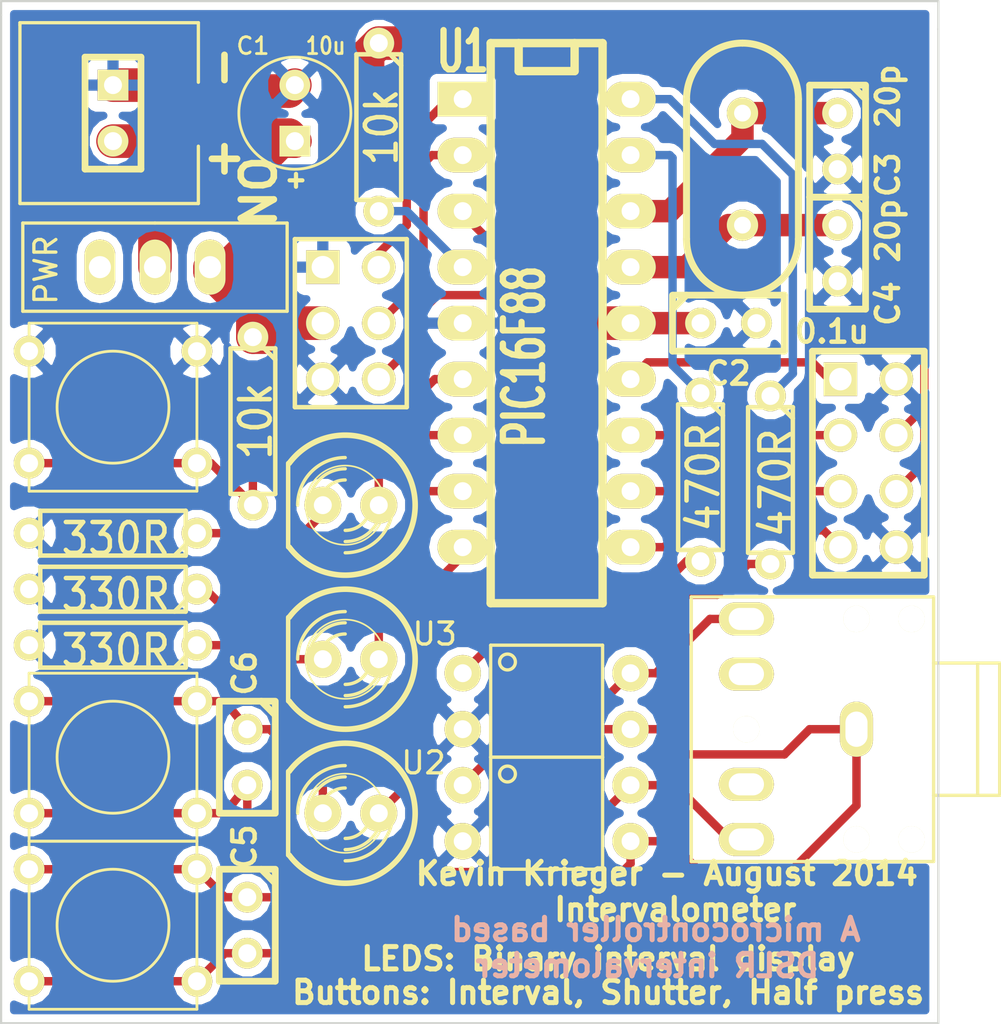
<source format=kicad_pcb>
(kicad_pcb (version 3) (host pcbnew "(2013-05-18 BZR 4017)-stable")

  (general
    (links 68)
    (no_connects 0)
    (area 24.268289 87.197909 74.234001 134.035001)
    (thickness 1.6)
    (drawings 12)
    (tracks 185)
    (zones 0)
    (modules 29)
    (nets 28)
  )

  (page A)
  (title_block 
    (title Intervalometer)
    (rev 1)
    (company "Kevin Krieger")
  )

  (layers
    (15 F.Cu signal)
    (0 B.Cu signal)
    (16 B.Adhes user)
    (17 F.Adhes user)
    (18 B.Paste user)
    (19 F.Paste user)
    (20 B.SilkS user)
    (21 F.SilkS user)
    (22 B.Mask user)
    (23 F.Mask user)
    (24 Dwgs.User user)
    (25 Cmts.User user)
    (26 Eco1.User user)
    (27 Eco2.User user)
    (28 Edge.Cuts user)
  )

  (setup
    (last_trace_width 0.381)
    (user_trace_width 0.381)
    (user_trace_width 0.508)
    (user_trace_width 0.762)
    (user_trace_width 1.016)
    (user_trace_width 1.524)
    (user_trace_width 2.032)
    (trace_clearance 0.254)
    (zone_clearance 0.3556)
    (zone_45_only no)
    (trace_min 0.254)
    (segment_width 0.2)
    (edge_width 0.1)
    (via_size 0.889)
    (via_drill 0.635)
    (via_min_size 0.889)
    (via_min_drill 0.508)
    (uvia_size 0.508)
    (uvia_drill 0.127)
    (uvias_allowed no)
    (uvia_min_size 0.508)
    (uvia_min_drill 0.127)
    (pcb_text_width 0.3)
    (pcb_text_size 1.5 1.5)
    (mod_edge_width 0.15)
    (mod_text_size 1 1)
    (mod_text_width 0.15)
    (pad_size 1.5 1.5)
    (pad_drill 0.6)
    (pad_to_mask_clearance 0)
    (aux_axis_origin 0 0)
    (visible_elements 7FFFFFFF)
    (pcbplotparams
      (layerselection 284196865)
      (usegerberextensions true)
      (excludeedgelayer true)
      (linewidth 0.150000)
      (plotframeref false)
      (viasonmask false)
      (mode 1)
      (useauxorigin false)
      (hpglpennumber 1)
      (hpglpenspeed 20)
      (hpglpendiameter 15)
      (hpglpenoverlay 2)
      (psnegative false)
      (psa4output false)
      (plotreference true)
      (plotvalue true)
      (plotothertext true)
      (plotinvisibletext false)
      (padsonsilk false)
      (subtractmaskfromsilk false)
      (outputformat 1)
      (mirror false)
      (drillshape 0)
      (scaleselection 1)
      (outputdirectory gerbers/))
  )

  (net 0 "")
  (net 1 +BATT)
  (net 2 GND)
  (net 3 N-000001)
  (net 4 N-0000010)
  (net 5 N-0000011)
  (net 6 N-0000012)
  (net 7 N-0000014)
  (net 8 N-0000015)
  (net 9 N-0000016)
  (net 10 N-0000017)
  (net 11 N-0000018)
  (net 12 N-0000019)
  (net 13 N-000002)
  (net 14 N-0000020)
  (net 15 N-0000021)
  (net 16 N-0000022)
  (net 17 N-0000026)
  (net 18 N-0000027)
  (net 19 N-0000028)
  (net 20 N-000003)
  (net 21 N-000004)
  (net 22 N-000005)
  (net 23 N-000006)
  (net 24 N-000007)
  (net 25 N-000008)
  (net 26 N-000009)
  (net 27 VCC)

  (net_class Default "This is the default net class."
    (clearance 0.254)
    (trace_width 0.254)
    (via_dia 0.889)
    (via_drill 0.635)
    (uvia_dia 0.508)
    (uvia_drill 0.127)
    (add_net "")
    (add_net +BATT)
    (add_net GND)
    (add_net N-000001)
    (add_net N-0000010)
    (add_net N-0000011)
    (add_net N-0000012)
    (add_net N-0000014)
    (add_net N-0000015)
    (add_net N-0000016)
    (add_net N-0000017)
    (add_net N-0000018)
    (add_net N-0000019)
    (add_net N-000002)
    (add_net N-0000020)
    (add_net N-0000021)
    (add_net N-0000022)
    (add_net N-0000026)
    (add_net N-0000027)
    (add_net N-0000028)
    (add_net N-000003)
    (add_net N-000004)
    (add_net N-000005)
    (add_net N-000006)
    (add_net N-000007)
    (add_net N-000008)
    (add_net N-000009)
    (add_net VCC)
  )

  (module SW_PUSH_SMALL (layer F.Cu) (tedit 53E9A133) (tstamp 53E9942E)
    (at 33.655 121.92)
    (path /53E9BD6A)
    (fp_text reference SW4 (at 0 -0.762) (layer F.SilkS) hide
      (effects (font (size 1.016 1.016) (thickness 0.2032)))
    )
    (fp_text value Shutter (at 0 1.016) (layer F.SilkS) hide
      (effects (font (size 1.016 1.016) (thickness 0.2032)))
    )
    (fp_circle (center 0 0) (end 0 -2.54) (layer F.SilkS) (width 0.127))
    (fp_line (start -3.81 -3.81) (end 3.81 -3.81) (layer F.SilkS) (width 0.127))
    (fp_line (start 3.81 -3.81) (end 3.81 3.81) (layer F.SilkS) (width 0.127))
    (fp_line (start 3.81 3.81) (end -3.81 3.81) (layer F.SilkS) (width 0.127))
    (fp_line (start -3.81 -3.81) (end -3.81 3.81) (layer F.SilkS) (width 0.127))
    (pad 1 thru_hole circle (at 3.81 -2.54) (size 1.397 1.397) (drill 0.8128)
      (layers *.Cu *.Mask F.SilkS)
      (net 18 N-0000027)
    )
    (pad 2 thru_hole circle (at 3.81 2.54) (size 1.397 1.397) (drill 0.8128)
      (layers *.Cu *.Mask F.SilkS)
      (net 19 N-0000028)
    )
    (pad 1 thru_hole circle (at -3.81 -2.54) (size 1.397 1.397) (drill 0.8128)
      (layers *.Cu *.Mask F.SilkS)
      (net 18 N-0000027)
    )
    (pad 2 thru_hole circle (at -3.81 2.54) (size 1.397 1.397) (drill 0.8128)
      (layers *.Cu *.Mask F.SilkS)
      (net 19 N-0000028)
    )
  )

  (module SW_PUSH_SMALL (layer F.Cu) (tedit 53E9A12E) (tstamp 53E9943B)
    (at 33.655 129.54)
    (path /53E9BD64)
    (fp_text reference SW3 (at 0.127 -0.762) (layer F.SilkS) hide
      (effects (font (size 1.016 1.016) (thickness 0.2032)))
    )
    (fp_text value Half_Press (at -0.127 0.508) (layer F.SilkS) hide
      (effects (font (size 1.016 1.016) (thickness 0.2032)))
    )
    (fp_circle (center 0 0) (end 0 -2.54) (layer F.SilkS) (width 0.127))
    (fp_line (start -3.81 -3.81) (end 3.81 -3.81) (layer F.SilkS) (width 0.127))
    (fp_line (start 3.81 -3.81) (end 3.81 3.81) (layer F.SilkS) (width 0.127))
    (fp_line (start 3.81 3.81) (end -3.81 3.81) (layer F.SilkS) (width 0.127))
    (fp_line (start -3.81 -3.81) (end -3.81 3.81) (layer F.SilkS) (width 0.127))
    (pad 1 thru_hole circle (at 3.81 -2.54) (size 1.397 1.397) (drill 0.8128)
      (layers *.Cu *.Mask F.SilkS)
      (net 17 N-0000026)
    )
    (pad 2 thru_hole circle (at 3.81 2.54) (size 1.397 1.397) (drill 0.8128)
      (layers *.Cu *.Mask F.SilkS)
      (net 19 N-0000028)
    )
    (pad 1 thru_hole circle (at -3.81 -2.54) (size 1.397 1.397) (drill 0.8128)
      (layers *.Cu *.Mask F.SilkS)
      (net 17 N-0000026)
    )
    (pad 2 thru_hole circle (at -3.81 2.54) (size 1.397 1.397) (drill 0.8128)
      (layers *.Cu *.Mask F.SilkS)
      (net 19 N-0000028)
    )
  )

  (module SW_PUSH_SMALL (layer F.Cu) (tedit 53E9A144) (tstamp 53E99448)
    (at 33.655 106.045)
    (path /53E976A7)
    (fp_text reference SW1 (at 0 -0.762) (layer F.SilkS) hide
      (effects (font (size 1.016 1.016) (thickness 0.2032)))
    )
    (fp_text value ~INTERVAL_SELECT (at 0 1.016) (layer F.SilkS) hide
      (effects (font (size 1.016 1.016) (thickness 0.2032)))
    )
    (fp_circle (center 0 0) (end 0 -2.54) (layer F.SilkS) (width 0.127))
    (fp_line (start -3.81 -3.81) (end 3.81 -3.81) (layer F.SilkS) (width 0.127))
    (fp_line (start 3.81 -3.81) (end 3.81 3.81) (layer F.SilkS) (width 0.127))
    (fp_line (start 3.81 3.81) (end -3.81 3.81) (layer F.SilkS) (width 0.127))
    (fp_line (start -3.81 -3.81) (end -3.81 3.81) (layer F.SilkS) (width 0.127))
    (pad 1 thru_hole circle (at 3.81 -2.54) (size 1.397 1.397) (drill 0.8128)
      (layers *.Cu *.Mask F.SilkS)
      (net 2 GND)
    )
    (pad 2 thru_hole circle (at 3.81 2.54) (size 1.397 1.397) (drill 0.8128)
      (layers *.Cu *.Mask F.SilkS)
      (net 21 N-000004)
    )
    (pad 1 thru_hole circle (at -3.81 -2.54) (size 1.397 1.397) (drill 0.8128)
      (layers *.Cu *.Mask F.SilkS)
      (net 2 GND)
    )
    (pad 2 thru_hole circle (at -3.81 2.54) (size 1.397 1.397) (drill 0.8128)
      (layers *.Cu *.Mask F.SilkS)
      (net 21 N-000004)
    )
  )

  (module SIL-2 (layer F.Cu) (tedit 53E9A00F) (tstamp 53E9947B)
    (at 33.655 92.71 270)
    (descr "Connecteurs 2 pins")
    (tags "CONN DEV")
    (path /53E98029)
    (fp_text reference P1 (at 0 -2.54 270) (layer F.SilkS) hide
      (effects (font (size 1.72974 1.08712) (thickness 0.27178)))
    )
    (fp_text value PWR (at 0 -2.54 270) (layer F.SilkS) hide
      (effects (font (size 1.524 1.016) (thickness 0.3048)))
    )
    (fp_line (start -2.54 1.27) (end -2.54 -1.27) (layer F.SilkS) (width 0.3048))
    (fp_line (start -2.54 -1.27) (end 2.54 -1.27) (layer F.SilkS) (width 0.3048))
    (fp_line (start 2.54 -1.27) (end 2.54 1.27) (layer F.SilkS) (width 0.3048))
    (fp_line (start 2.54 1.27) (end -2.54 1.27) (layer F.SilkS) (width 0.3048))
    (pad 1 thru_hole rect (at -1.27 0 270) (size 1.397 1.397) (drill 0.8128)
      (layers *.Cu *.Mask F.SilkS)
      (net 2 GND)
    )
    (pad 2 thru_hole circle (at 1.27 0 270) (size 1.397 1.397) (drill 0.8128)
      (layers *.Cu *.Mask F.SilkS)
      (net 1 +BATT)
    )
  )

  (module S2B-PH-SM4-TB (layer F.Cu) (tedit 53E9A00A) (tstamp 53E99489)
    (at 36.83 92.71 90)
    (path /53E9801A)
    (fp_text reference BT1 (at -0.127 -3.048 90) (layer F.SilkS) hide
      (effects (font (size 1 1) (thickness 0.15)))
    )
    (fp_text value BATTERY (at 0 -2.921 90) (layer F.SilkS) hide
      (effects (font (size 1 1) (thickness 0.15)))
    )
    (fp_line (start 1.4 0.7) (end 4.1 0.7) (layer F.SilkS) (width 0.15))
    (fp_line (start 4.1 0.7) (end 4.1 -7.4) (layer F.SilkS) (width 0.15))
    (fp_line (start -1.5 0.7) (end -4.1 0.7) (layer F.SilkS) (width 0.15))
    (fp_line (start -4.1 0.7) (end -4.1 -7.4) (layer F.SilkS) (width 0.15))
    (fp_line (start 4.1 -7.4) (end 4 -7.4) (layer F.SilkS) (width 0.15))
    (fp_line (start -4.1 -7.4) (end 4 -7.4) (layer F.SilkS) (width 0.15))
    (pad 1 smd rect (at -1 0 90) (size 1 3.5)
      (layers F.Cu F.Paste F.Mask)
      (net 1 +BATT)
    )
    (pad 2 smd rect (at 1 0 90) (size 1 3.5)
      (layers F.Cu F.Paste F.Mask)
      (net 2 GND)
    )
    (pad "" smd rect (at -3.4 -5.55 90) (size 1.5 3.4)
      (layers F.Cu F.Paste F.Mask)
    )
    (pad "" smd rect (at 3.4 -5.55 90) (size 1.5 3.4)
      (layers F.Cu F.Paste F.Mask)
    )
  )

  (module R3 (layer F.Cu) (tedit 53E9A09D) (tstamp 53E99497)
    (at 60.325 109.22 270)
    (descr "Resitance 3 pas")
    (tags R)
    (path /53E9A102)
    (autoplace_cost180 10)
    (fp_text reference R7 (at 0 0.127 270) (layer F.SilkS) hide
      (effects (font (size 1.397 1.27) (thickness 0.2032)))
    )
    (fp_text value 470R (at 0 -0.127 270) (layer F.SilkS)
      (effects (font (size 1.397 1.27) (thickness 0.2032)))
    )
    (fp_line (start -3.81 0) (end -3.302 0) (layer F.SilkS) (width 0.2032))
    (fp_line (start 3.81 0) (end 3.302 0) (layer F.SilkS) (width 0.2032))
    (fp_line (start 3.302 0) (end 3.302 -1.016) (layer F.SilkS) (width 0.2032))
    (fp_line (start 3.302 -1.016) (end -3.302 -1.016) (layer F.SilkS) (width 0.2032))
    (fp_line (start -3.302 -1.016) (end -3.302 1.016) (layer F.SilkS) (width 0.2032))
    (fp_line (start -3.302 1.016) (end 3.302 1.016) (layer F.SilkS) (width 0.2032))
    (fp_line (start 3.302 1.016) (end 3.302 0) (layer F.SilkS) (width 0.2032))
    (fp_line (start -3.302 -0.508) (end -2.794 -1.016) (layer F.SilkS) (width 0.2032))
    (pad 1 thru_hole circle (at -3.81 0 270) (size 1.397 1.397) (drill 0.8128)
      (layers *.Cu *.Mask F.SilkS)
      (net 3 N-000001)
    )
    (pad 2 thru_hole circle (at 3.81 0 270) (size 1.397 1.397) (drill 0.8128)
      (layers *.Cu *.Mask F.SilkS)
      (net 20 N-000003)
    )
    (model discret/resistor.wrl
      (at (xyz 0 0 0))
      (scale (xyz 0.3 0.3 0.3))
      (rotate (xyz 0 0 0))
    )
  )

  (module R3 (layer F.Cu) (tedit 53E9A09B) (tstamp 53E994A5)
    (at 63.5 109.347 270)
    (descr "Resitance 3 pas")
    (tags R)
    (path /53E9A0F5)
    (autoplace_cost180 10)
    (fp_text reference R6 (at 0.127 -0.254 270) (layer F.SilkS) hide
      (effects (font (size 1.397 1.27) (thickness 0.2032)))
    )
    (fp_text value 470R (at 0.127 -0.254 270) (layer F.SilkS)
      (effects (font (size 1.397 1.27) (thickness 0.2032)))
    )
    (fp_line (start -3.81 0) (end -3.302 0) (layer F.SilkS) (width 0.2032))
    (fp_line (start 3.81 0) (end 3.302 0) (layer F.SilkS) (width 0.2032))
    (fp_line (start 3.302 0) (end 3.302 -1.016) (layer F.SilkS) (width 0.2032))
    (fp_line (start 3.302 -1.016) (end -3.302 -1.016) (layer F.SilkS) (width 0.2032))
    (fp_line (start -3.302 -1.016) (end -3.302 1.016) (layer F.SilkS) (width 0.2032))
    (fp_line (start -3.302 1.016) (end 3.302 1.016) (layer F.SilkS) (width 0.2032))
    (fp_line (start 3.302 1.016) (end 3.302 0) (layer F.SilkS) (width 0.2032))
    (fp_line (start -3.302 -0.508) (end -2.794 -1.016) (layer F.SilkS) (width 0.2032))
    (pad 1 thru_hole circle (at -3.81 0 270) (size 1.397 1.397) (drill 0.8128)
      (layers *.Cu *.Mask F.SilkS)
      (net 26 N-000009)
    )
    (pad 2 thru_hole circle (at 3.81 0 270) (size 1.397 1.397) (drill 0.8128)
      (layers *.Cu *.Mask F.SilkS)
      (net 13 N-000002)
    )
    (model discret/resistor.wrl
      (at (xyz 0 0 0))
      (scale (xyz 0.3 0.3 0.3))
      (rotate (xyz 0 0 0))
    )
  )

  (module R3 (layer F.Cu) (tedit 53E9A148) (tstamp 53E994B3)
    (at 40.005 106.68 270)
    (descr "Resitance 3 pas")
    (tags R)
    (path /53E9A92F)
    (autoplace_cost180 10)
    (fp_text reference R4 (at 0 0.127 270) (layer F.SilkS) hide
      (effects (font (size 1.397 1.27) (thickness 0.2032)))
    )
    (fp_text value 10k (at 0 -0.127 270) (layer F.SilkS)
      (effects (font (size 1.397 1.27) (thickness 0.2032)))
    )
    (fp_line (start -3.81 0) (end -3.302 0) (layer F.SilkS) (width 0.2032))
    (fp_line (start 3.81 0) (end 3.302 0) (layer F.SilkS) (width 0.2032))
    (fp_line (start 3.302 0) (end 3.302 -1.016) (layer F.SilkS) (width 0.2032))
    (fp_line (start 3.302 -1.016) (end -3.302 -1.016) (layer F.SilkS) (width 0.2032))
    (fp_line (start -3.302 -1.016) (end -3.302 1.016) (layer F.SilkS) (width 0.2032))
    (fp_line (start -3.302 1.016) (end 3.302 1.016) (layer F.SilkS) (width 0.2032))
    (fp_line (start 3.302 1.016) (end 3.302 0) (layer F.SilkS) (width 0.2032))
    (fp_line (start -3.302 -0.508) (end -2.794 -1.016) (layer F.SilkS) (width 0.2032))
    (pad 1 thru_hole circle (at -3.81 0 270) (size 1.397 1.397) (drill 0.8128)
      (layers *.Cu *.Mask F.SilkS)
      (net 27 VCC)
    )
    (pad 2 thru_hole circle (at 3.81 0 270) (size 1.397 1.397) (drill 0.8128)
      (layers *.Cu *.Mask F.SilkS)
      (net 21 N-000004)
    )
    (model discret/resistor.wrl
      (at (xyz 0 0 0))
      (scale (xyz 0.3 0.3 0.3))
      (rotate (xyz 0 0 0))
    )
  )

  (module R3 (layer F.Cu) (tedit 53E9A030) (tstamp 53E994C1)
    (at 45.72 93.345 270)
    (descr "Resitance 3 pas")
    (tags R)
    (path /53E98BFA)
    (autoplace_cost180 10)
    (fp_text reference R5 (at 0 0 270) (layer F.SilkS) hide
      (effects (font (size 1.397 1.27) (thickness 0.2032)))
    )
    (fp_text value 10k (at 0 -0.127 270) (layer F.SilkS)
      (effects (font (size 1.397 1.27) (thickness 0.2032)))
    )
    (fp_line (start -3.81 0) (end -3.302 0) (layer F.SilkS) (width 0.2032))
    (fp_line (start 3.81 0) (end 3.302 0) (layer F.SilkS) (width 0.2032))
    (fp_line (start 3.302 0) (end 3.302 -1.016) (layer F.SilkS) (width 0.2032))
    (fp_line (start 3.302 -1.016) (end -3.302 -1.016) (layer F.SilkS) (width 0.2032))
    (fp_line (start -3.302 -1.016) (end -3.302 1.016) (layer F.SilkS) (width 0.2032))
    (fp_line (start -3.302 1.016) (end 3.302 1.016) (layer F.SilkS) (width 0.2032))
    (fp_line (start 3.302 1.016) (end 3.302 0) (layer F.SilkS) (width 0.2032))
    (fp_line (start -3.302 -0.508) (end -2.794 -1.016) (layer F.SilkS) (width 0.2032))
    (pad 1 thru_hole circle (at -3.81 0 270) (size 1.397 1.397) (drill 0.8128)
      (layers *.Cu *.Mask F.SilkS)
      (net 27 VCC)
    )
    (pad 2 thru_hole circle (at 3.81 0 270) (size 1.397 1.397) (drill 0.8128)
      (layers *.Cu *.Mask F.SilkS)
      (net 7 N-0000014)
    )
    (model discret/resistor.wrl
      (at (xyz 0 0 0))
      (scale (xyz 0.3 0.3 0.3))
      (rotate (xyz 0 0 0))
    )
  )

  (module R3 (layer F.Cu) (tedit 53E9A13A) (tstamp 53E994CF)
    (at 33.655 116.84 180)
    (descr "Resitance 3 pas")
    (tags R)
    (path /53E9892E)
    (autoplace_cost180 10)
    (fp_text reference R3 (at 0 0.127 180) (layer F.SilkS) hide
      (effects (font (size 1.397 1.27) (thickness 0.2032)))
    )
    (fp_text value 330R (at -0.127 -0.254 180) (layer F.SilkS)
      (effects (font (size 1.397 1.27) (thickness 0.2032)))
    )
    (fp_line (start -3.81 0) (end -3.302 0) (layer F.SilkS) (width 0.2032))
    (fp_line (start 3.81 0) (end 3.302 0) (layer F.SilkS) (width 0.2032))
    (fp_line (start 3.302 0) (end 3.302 -1.016) (layer F.SilkS) (width 0.2032))
    (fp_line (start 3.302 -1.016) (end -3.302 -1.016) (layer F.SilkS) (width 0.2032))
    (fp_line (start -3.302 -1.016) (end -3.302 1.016) (layer F.SilkS) (width 0.2032))
    (fp_line (start -3.302 1.016) (end 3.302 1.016) (layer F.SilkS) (width 0.2032))
    (fp_line (start 3.302 1.016) (end 3.302 0) (layer F.SilkS) (width 0.2032))
    (fp_line (start -3.302 -0.508) (end -2.794 -1.016) (layer F.SilkS) (width 0.2032))
    (pad 1 thru_hole circle (at -3.81 0 180) (size 1.397 1.397) (drill 0.8128)
      (layers *.Cu *.Mask F.SilkS)
      (net 5 N-0000011)
    )
    (pad 2 thru_hole circle (at 3.81 0 180) (size 1.397 1.397) (drill 0.8128)
      (layers *.Cu *.Mask F.SilkS)
      (net 2 GND)
    )
    (model discret/resistor.wrl
      (at (xyz 0 0 0))
      (scale (xyz 0.3 0.3 0.3))
      (rotate (xyz 0 0 0))
    )
  )

  (module R3 (layer F.Cu) (tedit 53E9A13C) (tstamp 53E994DD)
    (at 33.655 114.3 180)
    (descr "Resitance 3 pas")
    (tags R)
    (path /53E98928)
    (autoplace_cost180 10)
    (fp_text reference R2 (at 0 0.127 180) (layer F.SilkS) hide
      (effects (font (size 1.397 1.27) (thickness 0.2032)))
    )
    (fp_text value 330R (at -0.127 -0.254 180) (layer F.SilkS)
      (effects (font (size 1.397 1.27) (thickness 0.2032)))
    )
    (fp_line (start -3.81 0) (end -3.302 0) (layer F.SilkS) (width 0.2032))
    (fp_line (start 3.81 0) (end 3.302 0) (layer F.SilkS) (width 0.2032))
    (fp_line (start 3.302 0) (end 3.302 -1.016) (layer F.SilkS) (width 0.2032))
    (fp_line (start 3.302 -1.016) (end -3.302 -1.016) (layer F.SilkS) (width 0.2032))
    (fp_line (start -3.302 -1.016) (end -3.302 1.016) (layer F.SilkS) (width 0.2032))
    (fp_line (start -3.302 1.016) (end 3.302 1.016) (layer F.SilkS) (width 0.2032))
    (fp_line (start 3.302 1.016) (end 3.302 0) (layer F.SilkS) (width 0.2032))
    (fp_line (start -3.302 -0.508) (end -2.794 -1.016) (layer F.SilkS) (width 0.2032))
    (pad 1 thru_hole circle (at -3.81 0 180) (size 1.397 1.397) (drill 0.8128)
      (layers *.Cu *.Mask F.SilkS)
      (net 6 N-0000012)
    )
    (pad 2 thru_hole circle (at 3.81 0 180) (size 1.397 1.397) (drill 0.8128)
      (layers *.Cu *.Mask F.SilkS)
      (net 2 GND)
    )
    (model discret/resistor.wrl
      (at (xyz 0 0 0))
      (scale (xyz 0.3 0.3 0.3))
      (rotate (xyz 0 0 0))
    )
  )

  (module R3 (layer F.Cu) (tedit 53E9A13E) (tstamp 53E994EB)
    (at 33.655 111.76 180)
    (descr "Resitance 3 pas")
    (tags R)
    (path /53E9766E)
    (autoplace_cost180 10)
    (fp_text reference R1 (at 0 0.127 180) (layer F.SilkS) hide
      (effects (font (size 1.397 1.27) (thickness 0.2032)))
    )
    (fp_text value 330R (at -0.127 -0.254 180) (layer F.SilkS)
      (effects (font (size 1.397 1.27) (thickness 0.2032)))
    )
    (fp_line (start -3.81 0) (end -3.302 0) (layer F.SilkS) (width 0.2032))
    (fp_line (start 3.81 0) (end 3.302 0) (layer F.SilkS) (width 0.2032))
    (fp_line (start 3.302 0) (end 3.302 -1.016) (layer F.SilkS) (width 0.2032))
    (fp_line (start 3.302 -1.016) (end -3.302 -1.016) (layer F.SilkS) (width 0.2032))
    (fp_line (start -3.302 -1.016) (end -3.302 1.016) (layer F.SilkS) (width 0.2032))
    (fp_line (start -3.302 1.016) (end 3.302 1.016) (layer F.SilkS) (width 0.2032))
    (fp_line (start 3.302 1.016) (end 3.302 0) (layer F.SilkS) (width 0.2032))
    (fp_line (start -3.302 -0.508) (end -2.794 -1.016) (layer F.SilkS) (width 0.2032))
    (pad 1 thru_hole circle (at -3.81 0 180) (size 1.397 1.397) (drill 0.8128)
      (layers *.Cu *.Mask F.SilkS)
      (net 4 N-0000010)
    )
    (pad 2 thru_hole circle (at 3.81 0 180) (size 1.397 1.397) (drill 0.8128)
      (layers *.Cu *.Mask F.SilkS)
      (net 2 GND)
    )
    (model discret/resistor.wrl
      (at (xyz 0 0 0))
      (scale (xyz 0.3 0.3 0.3))
      (rotate (xyz 0 0 0))
    )
  )

  (module MMS1208 (layer F.Cu) (tedit 53E9A14F) (tstamp 53E994F7)
    (at 35.56 99.695 180)
    (path /53E98493)
    (fp_text reference SW2 (at 0 -0.127 180) (layer F.SilkS) hide
      (effects (font (size 1 1) (thickness 0.15)))
    )
    (fp_text value PWR (at 4.953 -0.127 270) (layer F.SilkS)
      (effects (font (size 1 1) (thickness 0.15)))
    )
    (fp_line (start 0 2) (end -6 2) (layer F.SilkS) (width 0.15))
    (fp_line (start -6 2) (end -6 -2) (layer F.SilkS) (width 0.15))
    (fp_line (start -6 -2) (end 6 -2) (layer F.SilkS) (width 0.15))
    (fp_line (start 6 -2) (end 6 2) (layer F.SilkS) (width 0.15))
    (fp_line (start 6 2) (end 0 2) (layer F.SilkS) (width 0.15))
    (pad 2 thru_hole oval (at 0 0 180) (size 1.4 2.5) (drill 1)
      (layers *.Cu *.Mask F.SilkS)
      (net 1 +BATT)
    )
    (pad 1 thru_hole oval (at -2.5 0 180) (size 1.4 2.5) (drill 1)
      (layers *.Cu *.Mask F.SilkS)
      (net 27 VCC)
    )
    (pad 3 thru_hole oval (at 2.5 0 180) (size 1.4 2.5) (drill 1)
      (layers *.Cu *.Mask F.SilkS)
    )
  )

  (module LED-5MM (layer F.Cu) (tedit 53E9A10D) (tstamp 53E99506)
    (at 44.45 117.475 180)
    (descr "LED 5mm - Lead pitch 100mil (2,54mm)")
    (tags "LED led 5mm 5MM 100mil 2,54mm")
    (path /53E9769F)
    (fp_text reference D2 (at 0 -0.635 180) (layer F.SilkS) hide
      (effects (font (size 0.762 0.762) (thickness 0.0889)))
    )
    (fp_text value LED2 (at 0.508 -0.127 180) (layer F.SilkS) hide
      (effects (font (size 0.762 0.762) (thickness 0.0889)))
    )
    (fp_line (start 2.8448 1.905) (end 2.8448 -1.905) (layer F.SilkS) (width 0.2032))
    (fp_circle (center 0.254 0) (end -1.016 1.27) (layer F.SilkS) (width 0.0762))
    (fp_arc (start 0.254 0) (end 2.794 1.905) (angle 286.2) (layer F.SilkS) (width 0.254))
    (fp_arc (start 0.254 0) (end -0.889 0) (angle 90) (layer F.SilkS) (width 0.1524))
    (fp_arc (start 0.254 0) (end 1.397 0) (angle 90) (layer F.SilkS) (width 0.1524))
    (fp_arc (start 0.254 0) (end -1.397 0) (angle 90) (layer F.SilkS) (width 0.1524))
    (fp_arc (start 0.254 0) (end 1.905 0) (angle 90) (layer F.SilkS) (width 0.1524))
    (fp_arc (start 0.254 0) (end -1.905 0) (angle 90) (layer F.SilkS) (width 0.1524))
    (fp_arc (start 0.254 0) (end 2.413 0) (angle 90) (layer F.SilkS) (width 0.1524))
    (pad 1 thru_hole circle (at -1.27 0 180) (size 1.6764 1.6764) (drill 0.8128)
      (layers *.Cu *.Mask F.SilkS)
      (net 24 N-000007)
    )
    (pad 2 thru_hole circle (at 1.27 0 180) (size 1.6764 1.6764) (drill 0.8128)
      (layers *.Cu *.Mask F.SilkS)
      (net 6 N-0000012)
    )
    (model discret/leds/led5_vertical_verde.wrl
      (at (xyz 0 0 0))
      (scale (xyz 1 1 1))
      (rotate (xyz 0 0 0))
    )
  )

  (module LED-5MM (layer F.Cu) (tedit 53E9A113) (tstamp 53E99515)
    (at 44.45 124.46 180)
    (descr "LED 5mm - Lead pitch 100mil (2,54mm)")
    (tags "LED led 5mm 5MM 100mil 2,54mm")
    (path /53E97699)
    (fp_text reference D3 (at 0.254 -0.254 180) (layer F.SilkS) hide
      (effects (font (size 0.762 0.762) (thickness 0.0889)))
    )
    (fp_text value LED3 (at 0.254 0 270) (layer F.SilkS) hide
      (effects (font (size 0.762 0.762) (thickness 0.0889)))
    )
    (fp_line (start 2.8448 1.905) (end 2.8448 -1.905) (layer F.SilkS) (width 0.2032))
    (fp_circle (center 0.254 0) (end -1.016 1.27) (layer F.SilkS) (width 0.0762))
    (fp_arc (start 0.254 0) (end 2.794 1.905) (angle 286.2) (layer F.SilkS) (width 0.254))
    (fp_arc (start 0.254 0) (end -0.889 0) (angle 90) (layer F.SilkS) (width 0.1524))
    (fp_arc (start 0.254 0) (end 1.397 0) (angle 90) (layer F.SilkS) (width 0.1524))
    (fp_arc (start 0.254 0) (end -1.397 0) (angle 90) (layer F.SilkS) (width 0.1524))
    (fp_arc (start 0.254 0) (end 1.905 0) (angle 90) (layer F.SilkS) (width 0.1524))
    (fp_arc (start 0.254 0) (end -1.905 0) (angle 90) (layer F.SilkS) (width 0.1524))
    (fp_arc (start 0.254 0) (end 2.413 0) (angle 90) (layer F.SilkS) (width 0.1524))
    (pad 1 thru_hole circle (at -1.27 0 180) (size 1.6764 1.6764) (drill 0.8128)
      (layers *.Cu *.Mask F.SilkS)
      (net 23 N-000006)
    )
    (pad 2 thru_hole circle (at 1.27 0 180) (size 1.6764 1.6764) (drill 0.8128)
      (layers *.Cu *.Mask F.SilkS)
      (net 5 N-0000011)
    )
    (model discret/leds/led5_vertical_verde.wrl
      (at (xyz 0 0 0))
      (scale (xyz 1 1 1))
      (rotate (xyz 0 0 0))
    )
  )

  (module LED-5MM (layer F.Cu) (tedit 53E9A106) (tstamp 53E99524)
    (at 44.45 110.49 180)
    (descr "LED 5mm - Lead pitch 100mil (2,54mm)")
    (tags "LED led 5mm 5MM 100mil 2,54mm")
    (path /53E9768C)
    (fp_text reference D1 (at 0 -0.508 180) (layer F.SilkS) hide
      (effects (font (size 0.762 0.762) (thickness 0.0889)))
    )
    (fp_text value LED1 (at 0.254 -0.254 180) (layer F.SilkS) hide
      (effects (font (size 0.762 0.762) (thickness 0.0889)))
    )
    (fp_line (start 2.8448 1.905) (end 2.8448 -1.905) (layer F.SilkS) (width 0.2032))
    (fp_circle (center 0.254 0) (end -1.016 1.27) (layer F.SilkS) (width 0.0762))
    (fp_arc (start 0.254 0) (end 2.794 1.905) (angle 286.2) (layer F.SilkS) (width 0.254))
    (fp_arc (start 0.254 0) (end -0.889 0) (angle 90) (layer F.SilkS) (width 0.1524))
    (fp_arc (start 0.254 0) (end 1.397 0) (angle 90) (layer F.SilkS) (width 0.1524))
    (fp_arc (start 0.254 0) (end -1.397 0) (angle 90) (layer F.SilkS) (width 0.1524))
    (fp_arc (start 0.254 0) (end 1.905 0) (angle 90) (layer F.SilkS) (width 0.1524))
    (fp_arc (start 0.254 0) (end -1.905 0) (angle 90) (layer F.SilkS) (width 0.1524))
    (fp_arc (start 0.254 0) (end 2.413 0) (angle 90) (layer F.SilkS) (width 0.1524))
    (pad 1 thru_hole circle (at -1.27 0 180) (size 1.6764 1.6764) (drill 0.8128)
      (layers *.Cu *.Mask F.SilkS)
      (net 25 N-000008)
    )
    (pad 2 thru_hole circle (at 1.27 0 180) (size 1.6764 1.6764) (drill 0.8128)
      (layers *.Cu *.Mask F.SilkS)
      (net 4 N-0000010)
    )
    (model discret/leds/led5_vertical_verde.wrl
      (at (xyz 0 0 0))
      (scale (xyz 1 1 1))
      (rotate (xyz 0 0 0))
    )
  )

  (module HC-49V (layer F.Cu) (tedit 53E9A073) (tstamp 53E99530)
    (at 62.23 95.25 90)
    (descr "Quartz boitier HC-49 Vertical")
    (tags "QUARTZ DEV")
    (path /53E98ECE)
    (autoplace_cost180 10)
    (fp_text reference X1 (at -0.127 -0.127 90) (layer F.SilkS) hide
      (effects (font (size 1.524 1.524) (thickness 0.3048)))
    )
    (fp_text value 4MHz (at 0.127 0 90) (layer F.SilkS) hide
      (effects (font (size 1.524 1.524) (thickness 0.3048)))
    )
    (fp_line (start -3.175 2.54) (end 3.175 2.54) (layer F.SilkS) (width 0.3175))
    (fp_line (start -3.175 -2.54) (end 3.175 -2.54) (layer F.SilkS) (width 0.3175))
    (fp_arc (start 3.175 0) (end 3.175 -2.54) (angle 90) (layer F.SilkS) (width 0.3175))
    (fp_arc (start 3.175 0) (end 5.715 0) (angle 90) (layer F.SilkS) (width 0.3175))
    (fp_arc (start -3.175 0) (end -5.715 0) (angle 90) (layer F.SilkS) (width 0.3175))
    (fp_arc (start -3.175 0) (end -3.175 2.54) (angle 90) (layer F.SilkS) (width 0.3175))
    (pad 1 thru_hole circle (at -2.54 0 90) (size 1.4224 1.4224) (drill 0.762)
      (layers *.Cu *.Mask F.SilkS)
      (net 9 N-0000016)
    )
    (pad 2 thru_hole circle (at 2.54 0 90) (size 1.4224 1.4224) (drill 0.762)
      (layers *.Cu *.Mask F.SilkS)
      (net 8 N-0000015)
    )
    (model discret/xtal/crystal_hc18u_vertical.wrl
      (at (xyz 0 0 0))
      (scale (xyz 1 1 0.2))
      (rotate (xyz 0 0 0))
    )
  )

  (module DIP_4 (layer F.Cu) (tedit 53E9A2CC) (tstamp 53E9953D)
    (at 53.34 124.46)
    (path /53E97633)
    (fp_text reference U2 (at -5.588 -2.286) (layer F.SilkS)
      (effects (font (size 1 1) (thickness 0.15)))
    )
    (fp_text value LTV_816_Half_Press (at 0.508 0.508) (layer F.SilkS) hide
      (effects (font (size 1 1) (thickness 0.15)))
    )
    (fp_circle (center -1.778 -1.778) (end -1.524 -1.524) (layer F.SilkS) (width 0.15))
    (fp_line (start -2.54 -2.54) (end -2.54 2.54) (layer F.SilkS) (width 0.15))
    (fp_line (start -2.54 2.54) (end 2.54 2.54) (layer F.SilkS) (width 0.15))
    (fp_line (start 2.54 2.54) (end 2.54 -2.54) (layer F.SilkS) (width 0.15))
    (fp_line (start 2.54 -2.54) (end -2.54 -2.54) (layer F.SilkS) (width 0.15))
    (pad 1 thru_hole circle (at -3.81 -1.27) (size 1.651 1.651) (drill 0.8128)
      (layers *.Cu *.Mask F.SilkS)
      (net 13 N-000002)
    )
    (pad 2 thru_hole circle (at -3.81 1.27) (size 1.651 1.651) (drill 0.8128)
      (layers *.Cu *.Mask F.SilkS)
      (net 2 GND)
    )
    (pad 3 thru_hole circle (at 3.81 1.27) (size 1.651 1.651) (drill 0.8128)
      (layers *.Cu *.Mask F.SilkS)
      (net 19 N-0000028)
    )
    (pad 4 thru_hole circle (at 3.81 -1.27) (size 1.651 1.651) (drill 0.8128)
      (layers *.Cu *.Mask F.SilkS)
      (net 17 N-0000026)
    )
  )

  (module DIP_4 (layer F.Cu) (tedit 53E9A2D0) (tstamp 53E9954A)
    (at 53.34 119.38)
    (path /53E97640)
    (fp_text reference U3 (at -5.08 -3.048) (layer F.SilkS)
      (effects (font (size 1 1) (thickness 0.15)))
    )
    (fp_text value LTV_816_Shutter (at 0.254 0) (layer F.SilkS) hide
      (effects (font (size 1 1) (thickness 0.15)))
    )
    (fp_circle (center -1.778 -1.778) (end -1.524 -1.524) (layer F.SilkS) (width 0.15))
    (fp_line (start -2.54 -2.54) (end -2.54 2.54) (layer F.SilkS) (width 0.15))
    (fp_line (start -2.54 2.54) (end 2.54 2.54) (layer F.SilkS) (width 0.15))
    (fp_line (start 2.54 2.54) (end 2.54 -2.54) (layer F.SilkS) (width 0.15))
    (fp_line (start 2.54 -2.54) (end -2.54 -2.54) (layer F.SilkS) (width 0.15))
    (pad 1 thru_hole circle (at -3.81 -1.27) (size 1.651 1.651) (drill 0.8128)
      (layers *.Cu *.Mask F.SilkS)
      (net 20 N-000003)
    )
    (pad 2 thru_hole circle (at -3.81 1.27) (size 1.651 1.651) (drill 0.8128)
      (layers *.Cu *.Mask F.SilkS)
      (net 2 GND)
    )
    (pad 3 thru_hole circle (at 3.81 1.27) (size 1.651 1.651) (drill 0.8128)
      (layers *.Cu *.Mask F.SilkS)
      (net 19 N-0000028)
    )
    (pad 4 thru_hole circle (at 3.81 -1.27) (size 1.651 1.651) (drill 0.8128)
      (layers *.Cu *.Mask F.SilkS)
      (net 18 N-0000027)
    )
  )

  (module DIP-18__300_ELL (layer F.Cu) (tedit 53E9A041) (tstamp 53E99567)
    (at 53.34 102.235 270)
    (descr "18 pins DIL package, elliptical pads")
    (path /53E97FD4)
    (fp_text reference U1 (at -12.319 3.81 360) (layer F.SilkS)
      (effects (font (size 1.778 1.143) (thickness 0.3048)))
    )
    (fp_text value PIC16F88 (at 1.524 1.016 270) (layer F.SilkS)
      (effects (font (size 1.778 1.143) (thickness 0.3048)))
    )
    (fp_line (start -12.7 -1.27) (end -11.43 -1.27) (layer F.SilkS) (width 0.381))
    (fp_line (start -11.43 -1.27) (end -11.43 1.27) (layer F.SilkS) (width 0.381))
    (fp_line (start -11.43 1.27) (end -12.7 1.27) (layer F.SilkS) (width 0.381))
    (fp_line (start -12.7 -2.54) (end 12.7 -2.54) (layer F.SilkS) (width 0.381))
    (fp_line (start 12.7 -2.54) (end 12.7 2.54) (layer F.SilkS) (width 0.381))
    (fp_line (start 12.7 2.54) (end -12.7 2.54) (layer F.SilkS) (width 0.381))
    (fp_line (start -12.7 2.54) (end -12.7 -2.54) (layer F.SilkS) (width 0.381))
    (pad 1 thru_hole rect (at -10.16 3.81 270) (size 1.5748 2.286) (drill 0.8128)
      (layers *.Cu *.Mask F.SilkS)
      (net 22 N-000005)
    )
    (pad 2 thru_hole oval (at -7.62 3.81 270) (size 1.5748 2.286) (drill 0.8128)
      (layers *.Cu *.Mask F.SilkS)
      (net 11 N-0000018)
    )
    (pad 3 thru_hole oval (at -5.08 3.81 270) (size 1.5748 2.286) (drill 0.8128)
      (layers *.Cu *.Mask F.SilkS)
      (net 16 N-0000022)
    )
    (pad 4 thru_hole oval (at -2.54 3.81 270) (size 1.5748 2.286) (drill 0.8128)
      (layers *.Cu *.Mask F.SilkS)
      (net 7 N-0000014)
    )
    (pad 5 thru_hole oval (at 0 3.81 270) (size 1.5748 2.286) (drill 0.8128)
      (layers *.Cu *.Mask F.SilkS)
      (net 2 GND)
    )
    (pad 6 thru_hole oval (at 2.54 3.81 270) (size 1.5748 2.286) (drill 0.8128)
      (layers *.Cu *.Mask F.SilkS)
      (net 21 N-000004)
    )
    (pad 7 thru_hole oval (at 5.08 3.81 270) (size 1.5748 2.286) (drill 0.8128)
      (layers *.Cu *.Mask F.SilkS)
      (net 25 N-000008)
    )
    (pad 8 thru_hole oval (at 7.62 3.81 270) (size 1.5748 2.286) (drill 0.8128)
      (layers *.Cu *.Mask F.SilkS)
      (net 24 N-000007)
    )
    (pad 9 thru_hole oval (at 10.16 3.81 270) (size 1.5748 2.286) (drill 0.8128)
      (layers *.Cu *.Mask F.SilkS)
      (net 23 N-000006)
    )
    (pad 10 thru_hole oval (at 10.16 -3.81 270) (size 1.5748 2.286) (drill 0.8128)
      (layers *.Cu *.Mask F.SilkS)
      (net 14 N-0000020)
    )
    (pad 11 thru_hole oval (at 7.62 -3.81 270) (size 1.5748 2.286) (drill 0.8128)
      (layers *.Cu *.Mask F.SilkS)
      (net 15 N-0000021)
    )
    (pad 12 thru_hole oval (at 5.08 -3.81 270) (size 1.5748 2.286) (drill 0.8128)
      (layers *.Cu *.Mask F.SilkS)
      (net 10 N-0000017)
    )
    (pad 13 thru_hole oval (at 2.54 -3.81 270) (size 1.5748 2.286) (drill 0.8128)
      (layers *.Cu *.Mask F.SilkS)
      (net 12 N-0000019)
    )
    (pad 14 thru_hole oval (at 0 -3.81 270) (size 1.5748 2.286) (drill 0.8128)
      (layers *.Cu *.Mask F.SilkS)
      (net 27 VCC)
    )
    (pad 15 thru_hole oval (at -2.54 -3.81 270) (size 1.5748 2.286) (drill 0.8128)
      (layers *.Cu *.Mask F.SilkS)
      (net 9 N-0000016)
    )
    (pad 16 thru_hole oval (at -5.08 -3.81 270) (size 1.5748 2.286) (drill 0.8128)
      (layers *.Cu *.Mask F.SilkS)
      (net 8 N-0000015)
    )
    (pad 17 thru_hole oval (at -7.62 -3.81 270) (size 1.5748 2.286) (drill 0.8128)
      (layers *.Cu *.Mask F.SilkS)
      (net 3 N-000001)
    )
    (pad 18 thru_hole oval (at -10.16 -3.81 270) (size 1.5748 2.286) (drill 0.8128)
      (layers *.Cu *.Mask F.SilkS)
      (net 26 N-000009)
    )
    (model dil/dil_18.wrl
      (at (xyz 0 0 0))
      (scale (xyz 1 1 1))
      (rotate (xyz 0 0 0))
    )
  )

  (module C1 (layer F.Cu) (tedit 53E9A08F) (tstamp 53E9957A)
    (at 66.548 99.06 270)
    (descr "Condensateur e = 1 pas")
    (tags C)
    (path /53E98EEA)
    (fp_text reference C4 (at 2.286 -2.286 270) (layer F.SilkS)
      (effects (font (size 1.016 1.016) (thickness 0.2032)))
    )
    (fp_text value 20p (at -1.016 -2.286 270) (layer F.SilkS)
      (effects (font (size 1.016 1.016) (thickness 0.2032)))
    )
    (fp_line (start -2.4892 -1.27) (end 2.54 -1.27) (layer F.SilkS) (width 0.3048))
    (fp_line (start 2.54 -1.27) (end 2.54 1.27) (layer F.SilkS) (width 0.3048))
    (fp_line (start 2.54 1.27) (end -2.54 1.27) (layer F.SilkS) (width 0.3048))
    (fp_line (start -2.54 1.27) (end -2.54 -1.27) (layer F.SilkS) (width 0.3048))
    (fp_line (start -2.54 -0.635) (end -1.905 -1.27) (layer F.SilkS) (width 0.3048))
    (pad 1 thru_hole circle (at -1.27 0 270) (size 1.397 1.397) (drill 0.8128)
      (layers *.Cu *.Mask F.SilkS)
      (net 9 N-0000016)
    )
    (pad 2 thru_hole circle (at 1.27 0 270) (size 1.397 1.397) (drill 0.8128)
      (layers *.Cu *.Mask F.SilkS)
      (net 2 GND)
    )
    (model discret/capa_1_pas.wrl
      (at (xyz 0 0 0))
      (scale (xyz 1 1 1))
      (rotate (xyz 0 0 0))
    )
  )

  (module C1 (layer F.Cu) (tedit 53E9A08C) (tstamp 53E9A26A)
    (at 66.548 93.98 270)
    (descr "Condensateur e = 1 pas")
    (tags C)
    (path /53E98EDD)
    (fp_text reference C3 (at 1.524 -2.286 270) (layer F.SilkS)
      (effects (font (size 1.016 1.016) (thickness 0.2032)))
    )
    (fp_text value 20p (at -2.032 -2.286 270) (layer F.SilkS)
      (effects (font (size 1.016 1.016) (thickness 0.2032)))
    )
    (fp_line (start -2.4892 -1.27) (end 2.54 -1.27) (layer F.SilkS) (width 0.3048))
    (fp_line (start 2.54 -1.27) (end 2.54 1.27) (layer F.SilkS) (width 0.3048))
    (fp_line (start 2.54 1.27) (end -2.54 1.27) (layer F.SilkS) (width 0.3048))
    (fp_line (start -2.54 1.27) (end -2.54 -1.27) (layer F.SilkS) (width 0.3048))
    (fp_line (start -2.54 -0.635) (end -1.905 -1.27) (layer F.SilkS) (width 0.3048))
    (pad 1 thru_hole circle (at -1.27 0 270) (size 1.397 1.397) (drill 0.8128)
      (layers *.Cu *.Mask F.SilkS)
      (net 8 N-0000015)
    )
    (pad 2 thru_hole circle (at 1.27 0 270) (size 1.397 1.397) (drill 0.8128)
      (layers *.Cu *.Mask F.SilkS)
      (net 2 GND)
    )
    (model discret/capa_1_pas.wrl
      (at (xyz 0 0 0))
      (scale (xyz 1 1 1))
      (rotate (xyz 0 0 0))
    )
  )

  (module C1 (layer F.Cu) (tedit 53E9A090) (tstamp 53E99590)
    (at 61.595 102.235)
    (descr "Condensateur e = 1 pas")
    (tags C)
    (path /53E9767D)
    (fp_text reference C2 (at 0 2.286) (layer F.SilkS)
      (effects (font (size 1.016 1.016) (thickness 0.2032)))
    )
    (fp_text value 0.1u (at 4.699 0.381) (layer F.SilkS)
      (effects (font (size 1.016 1.016) (thickness 0.2032)))
    )
    (fp_line (start -2.4892 -1.27) (end 2.54 -1.27) (layer F.SilkS) (width 0.3048))
    (fp_line (start 2.54 -1.27) (end 2.54 1.27) (layer F.SilkS) (width 0.3048))
    (fp_line (start 2.54 1.27) (end -2.54 1.27) (layer F.SilkS) (width 0.3048))
    (fp_line (start -2.54 1.27) (end -2.54 -1.27) (layer F.SilkS) (width 0.3048))
    (fp_line (start -2.54 -0.635) (end -1.905 -1.27) (layer F.SilkS) (width 0.3048))
    (pad 1 thru_hole circle (at -1.27 0) (size 1.397 1.397) (drill 0.8128)
      (layers *.Cu *.Mask F.SilkS)
      (net 27 VCC)
    )
    (pad 2 thru_hole circle (at 1.27 0) (size 1.397 1.397) (drill 0.8128)
      (layers *.Cu *.Mask F.SilkS)
      (net 2 GND)
    )
    (model discret/capa_1_pas.wrl
      (at (xyz 0 0 0))
      (scale (xyz 1 1 1))
      (rotate (xyz 0 0 0))
    )
  )

  (module C1 (layer F.Cu) (tedit 53E9A193) (tstamp 53E9959B)
    (at 39.751 121.92 270)
    (descr "Condensateur e = 1 pas")
    (tags C)
    (path /53E9C594)
    (fp_text reference C6 (at -3.81 0.127 270) (layer F.SilkS)
      (effects (font (size 1.016 1.016) (thickness 0.2032)))
    )
    (fp_text value C (at 0 -2.286 270) (layer F.SilkS) hide
      (effects (font (size 1.016 1.016) (thickness 0.2032)))
    )
    (fp_line (start -2.4892 -1.27) (end 2.54 -1.27) (layer F.SilkS) (width 0.3048))
    (fp_line (start 2.54 -1.27) (end 2.54 1.27) (layer F.SilkS) (width 0.3048))
    (fp_line (start 2.54 1.27) (end -2.54 1.27) (layer F.SilkS) (width 0.3048))
    (fp_line (start -2.54 1.27) (end -2.54 -1.27) (layer F.SilkS) (width 0.3048))
    (fp_line (start -2.54 -0.635) (end -1.905 -1.27) (layer F.SilkS) (width 0.3048))
    (pad 1 thru_hole circle (at -1.27 0 270) (size 1.397 1.397) (drill 0.8128)
      (layers *.Cu *.Mask F.SilkS)
      (net 18 N-0000027)
    )
    (pad 2 thru_hole circle (at 1.27 0 270) (size 1.397 1.397) (drill 0.8128)
      (layers *.Cu *.Mask F.SilkS)
      (net 19 N-0000028)
    )
    (model discret/capa_1_pas.wrl
      (at (xyz 0 0 0))
      (scale (xyz 1 1 1))
      (rotate (xyz 0 0 0))
    )
  )

  (module C1 (layer F.Cu) (tedit 53E9A120) (tstamp 53E995A6)
    (at 39.751 129.54 270)
    (descr "Condensateur e = 1 pas")
    (tags C)
    (path /53E9C7FE)
    (fp_text reference C5 (at -3.556 0.127 270) (layer F.SilkS)
      (effects (font (size 1.016 1.016) (thickness 0.2032)))
    )
    (fp_text value C (at 0 -2.286 270) (layer F.SilkS) hide
      (effects (font (size 1.016 1.016) (thickness 0.2032)))
    )
    (fp_line (start -2.4892 -1.27) (end 2.54 -1.27) (layer F.SilkS) (width 0.3048))
    (fp_line (start 2.54 -1.27) (end 2.54 1.27) (layer F.SilkS) (width 0.3048))
    (fp_line (start 2.54 1.27) (end -2.54 1.27) (layer F.SilkS) (width 0.3048))
    (fp_line (start -2.54 1.27) (end -2.54 -1.27) (layer F.SilkS) (width 0.3048))
    (fp_line (start -2.54 -0.635) (end -1.905 -1.27) (layer F.SilkS) (width 0.3048))
    (pad 1 thru_hole circle (at -1.27 0 270) (size 1.397 1.397) (drill 0.8128)
      (layers *.Cu *.Mask F.SilkS)
      (net 17 N-0000026)
    )
    (pad 2 thru_hole circle (at 1.27 0 270) (size 1.397 1.397) (drill 0.8128)
      (layers *.Cu *.Mask F.SilkS)
      (net 19 N-0000028)
    )
    (model discret/capa_1_pas.wrl
      (at (xyz 0 0 0))
      (scale (xyz 1 1 1))
      (rotate (xyz 0 0 0))
    )
  )

  (module 3.5mmJack_Sparkfun (layer F.Cu) (tedit 53E9A0CF) (tstamp 53E99471)
    (at 65.405 120.65 270)
    (path /53E99BE1)
    (fp_text reference J1 (at 0.254 -2.413 270) (layer F.SilkS) hide
      (effects (font (size 1 1) (thickness 0.15)))
    )
    (fp_text value 3.5MMJACK (at 0 -0.127 270) (layer F.SilkS) hide
      (effects (font (size 1 1) (thickness 0.15)))
    )
    (fp_line (start -3 -7.5) (end -3 -8.5) (layer F.SilkS) (width 0.15))
    (fp_line (start -3 -8.5) (end 3 -8.5) (layer F.SilkS) (width 0.15))
    (fp_line (start 3 -8.5) (end 3 -7.5) (layer F.SilkS) (width 0.15))
    (fp_line (start -3 -5.5) (end -3 -7.5) (layer F.SilkS) (width 0.15))
    (fp_line (start -3 -7.5) (end 3 -7.5) (layer F.SilkS) (width 0.15))
    (fp_line (start 3 -7.5) (end 3 -5.5) (layer F.SilkS) (width 0.15))
    (fp_line (start -6 -5.5) (end 6 -5.5) (layer F.SilkS) (width 0.15))
    (fp_line (start 6 -5.5) (end 6 5.5) (layer F.SilkS) (width 0.15))
    (fp_line (start 6 5.5) (end -6 5.5) (layer F.SilkS) (width 0.15))
    (fp_line (start -6 5.5) (end -6 -5.5) (layer F.SilkS) (width 0.15))
    (pad 1 thru_hole oval (at 0 -2 270) (size 2.5 1.5) (drill oval 1.6 1)
      (layers *.Cu *.Mask F.SilkS)
      (net 19 N-0000028)
    )
    (pad 2 thru_hole oval (at 5 3 270) (size 1.5 2.5) (drill oval 1 1.6)
      (layers *.Cu *.Mask F.SilkS)
      (net 17 N-0000026)
    )
    (pad 3 thru_hole oval (at 2.5 3 270) (size 1.5 2.5) (drill oval 1 1.6)
      (layers *.Cu *.Mask F.SilkS)
    )
    (pad 4 thru_hole oval (at -2.5 3 270) (size 1.5 2.5) (drill oval 1 1.6)
      (layers *.Cu *.Mask F.SilkS)
    )
    (pad 5 thru_hole oval (at -5 3 270) (size 1.5 2.5) (drill oval 1 1.6)
      (layers *.Cu *.Mask F.SilkS)
      (net 18 N-0000027)
    )
    (pad "" np_thru_hole circle (at 5 -4.5 270) (size 1.2 1.2) (drill 1.2)
      (layers *.Cu *.Mask F.SilkS)
    )
    (pad "" np_thru_hole circle (at 5 -2 270) (size 1.2 1.2) (drill 1.2)
      (layers *.Cu *.Mask F.SilkS)
    )
    (pad "" np_thru_hole circle (at -5 -4.5 270) (size 1.2 1.2) (drill 1.2)
      (layers *.Cu *.Mask F.SilkS)
    )
    (pad "" np_thru_hole circle (at -5 -2 270) (size 1.2 1.2) (drill 1.2)
      (layers *.Cu *.Mask F.SilkS)
    )
    (pad 4 np_thru_hole circle (at 0 3 270) (size 1.2 1.2) (drill 1.2)
      (layers *.Cu *.Mask F.SilkS)
    )
  )

  (module pin_array_4x2 (layer F.Cu) (tedit 53E9A094) (tstamp 53E99457)
    (at 67.945 108.585 270)
    (descr "Double rangee de contacts 2 x 4 pins")
    (tags CONN)
    (path /53E9CED8)
    (fp_text reference P3 (at 0.127 -0.381 270) (layer F.SilkS) hide
      (effects (font (size 1.016 1.016) (thickness 0.2032)))
    )
    (fp_text value IO2 (at 0 3.81 270) (layer F.SilkS) hide
      (effects (font (size 1.016 1.016) (thickness 0.2032)))
    )
    (fp_line (start -5.08 -2.54) (end 5.08 -2.54) (layer F.SilkS) (width 0.3048))
    (fp_line (start 5.08 -2.54) (end 5.08 2.54) (layer F.SilkS) (width 0.3048))
    (fp_line (start 5.08 2.54) (end -5.08 2.54) (layer F.SilkS) (width 0.3048))
    (fp_line (start -5.08 2.54) (end -5.08 -2.54) (layer F.SilkS) (width 0.3048))
    (pad 1 thru_hole rect (at -3.81 1.27 270) (size 1.524 1.524) (drill 1.016)
      (layers *.Cu *.Mask F.SilkS)
      (net 12 N-0000019)
    )
    (pad 2 thru_hole circle (at -3.81 -1.27 270) (size 1.524 1.524) (drill 1.016)
      (layers *.Cu *.Mask F.SilkS)
      (net 2 GND)
    )
    (pad 3 thru_hole circle (at -1.27 1.27 270) (size 1.524 1.524) (drill 1.016)
      (layers *.Cu *.Mask F.SilkS)
      (net 10 N-0000017)
    )
    (pad 4 thru_hole circle (at -1.27 -1.27 270) (size 1.524 1.524) (drill 1.016)
      (layers *.Cu *.Mask F.SilkS)
      (net 27 VCC)
    )
    (pad 5 thru_hole circle (at 1.27 1.27 270) (size 1.524 1.524) (drill 1.016)
      (layers *.Cu *.Mask F.SilkS)
      (net 15 N-0000021)
    )
    (pad 6 thru_hole circle (at 1.27 -1.27 270) (size 1.524 1.524) (drill 1.016)
      (layers *.Cu *.Mask F.SilkS)
      (net 27 VCC)
    )
    (pad 7 thru_hole circle (at 3.81 1.27 270) (size 1.524 1.524) (drill 1.016)
      (layers *.Cu *.Mask F.SilkS)
      (net 14 N-0000020)
    )
    (pad 8 thru_hole circle (at 3.81 -1.27 270) (size 1.524 1.524) (drill 1.016)
      (layers *.Cu *.Mask F.SilkS)
      (net 2 GND)
    )
    (model pin_array/pins_array_4x2.wrl
      (at (xyz 0 0 0))
      (scale (xyz 1 1 1))
      (rotate (xyz 0 0 0))
    )
  )

  (module pin_array_3x2 (layer F.Cu) (tedit 53E9A039) (tstamp 53E99465)
    (at 44.45 102.235 270)
    (descr "Double rangee de contacts 2 x 4 pins")
    (tags CONN)
    (path /53E9D30F)
    (fp_text reference P2 (at 0.127 -0.254 270) (layer F.SilkS) hide
      (effects (font (size 1.016 1.016) (thickness 0.2032)))
    )
    (fp_text value IO1 (at 0 3.81 270) (layer F.SilkS) hide
      (effects (font (size 1.016 1.016) (thickness 0.2032)))
    )
    (fp_line (start 3.81 2.54) (end -3.81 2.54) (layer F.SilkS) (width 0.2032))
    (fp_line (start -3.81 -2.54) (end 3.81 -2.54) (layer F.SilkS) (width 0.2032))
    (fp_line (start 3.81 -2.54) (end 3.81 2.54) (layer F.SilkS) (width 0.2032))
    (fp_line (start -3.81 2.54) (end -3.81 -2.54) (layer F.SilkS) (width 0.2032))
    (pad 1 thru_hole rect (at -2.54 1.27 270) (size 1.524 1.524) (drill 1.016)
      (layers *.Cu *.Mask F.SilkS)
      (net 2 GND)
    )
    (pad 2 thru_hole circle (at -2.54 -1.27 270) (size 1.524 1.524) (drill 1.016)
      (layers *.Cu *.Mask F.SilkS)
      (net 22 N-000005)
    )
    (pad 3 thru_hole circle (at 0 1.27 270) (size 1.524 1.524) (drill 1.016)
      (layers *.Cu *.Mask F.SilkS)
      (net 27 VCC)
    )
    (pad 4 thru_hole circle (at 0 -1.27 270) (size 1.524 1.524) (drill 1.016)
      (layers *.Cu *.Mask F.SilkS)
      (net 11 N-0000018)
    )
    (pad 5 thru_hole circle (at 2.54 1.27 270) (size 1.524 1.524) (drill 1.016)
      (layers *.Cu *.Mask F.SilkS)
      (net 2 GND)
    )
    (pad 6 thru_hole circle (at 2.54 -1.27 270) (size 1.524 1.524) (drill 1.016)
      (layers *.Cu *.Mask F.SilkS)
      (net 16 N-0000022)
    )
    (model pin_array/pins_array_3x2.wrl
      (at (xyz 0 0 0))
      (scale (xyz 1 1 1))
      (rotate (xyz 0 0 0))
    )
  )

  (module C1V5 (layer F.Cu) (tedit 53E9A026) (tstamp 53E9956F)
    (at 41.91 92.71 90)
    (descr "Condensateur e = 1 pas")
    (tags C)
    (path /53E9CC56)
    (fp_text reference C1 (at 3.048 -1.905 180) (layer F.SilkS)
      (effects (font (size 0.762 0.762) (thickness 0.127)))
    )
    (fp_text value 10u (at 3.048 1.397 180) (layer F.SilkS)
      (effects (font (size 0.762 0.635) (thickness 0.127)))
    )
    (fp_text user + (at -3.048 0 90) (layer F.SilkS)
      (effects (font (size 0.762 0.762) (thickness 0.2032)))
    )
    (fp_circle (center 0 0) (end 0.127 -2.54) (layer F.SilkS) (width 0.127))
    (pad 1 thru_hole rect (at -1.27 0 90) (size 1.397 1.397) (drill 0.8128)
      (layers *.Cu *.Mask F.SilkS)
      (net 1 +BATT)
    )
    (pad 2 thru_hole circle (at 1.27 0 90) (size 1.397 1.397) (drill 0.8128)
      (layers *.Cu *.Mask F.SilkS)
      (net 2 GND)
    )
    (model discret/c_vert_c1v5.wrl
      (at (xyz 0 0 0))
      (scale (xyz 1 1 1))
      (rotate (xyz 0 0 0))
    )
  )

  (gr_text "A microcontroller based \nDSLR intervalometer" (at 57.912 130.556) (layer B.SilkS)
    (effects (font (size 1.016 1.016) (thickness 0.2286)) (justify mirror))
  )
  (gr_text "Kevin Krieger - August 2014 \nIntervalometer" (at 59.182 128.016) (layer F.SilkS)
    (effects (font (size 1.016 1.016) (thickness 0.2286)))
  )
  (gr_text "LEDS: Binary interval display" (at 56.134 131.064) (layer F.SilkS)
    (effects (font (size 1.016 1.016) (thickness 0.2286)))
  )
  (gr_text "Buttons: Interval, Shutter, Half press" (at 56.134 132.588) (layer F.SilkS)
    (effects (font (size 1.016 1.016) (thickness 0.2286)))
  )
  (gr_text ON (at 40.132 96.266 270) (layer F.SilkS)
    (effects (font (size 1.5 1.5) (thickness 0.3)))
  )
  (gr_text "+  -" (at 38.608 92.71 90) (layer F.SilkS)
    (effects (font (size 1.5 1.5) (thickness 0.3)))
  )
  (gr_line (start 28.575 87.63) (end 28.575 88.265) (angle 90) (layer Edge.Cuts) (width 0.1))
  (gr_line (start 71.12 87.63) (end 28.575 87.63) (angle 90) (layer Edge.Cuts) (width 0.1))
  (gr_line (start 71.12 88.9) (end 71.12 87.63) (angle 90) (layer Edge.Cuts) (width 0.1))
  (gr_line (start 71.12 133.985) (end 71.12 88.9) (angle 90) (layer Edge.Cuts) (width 0.1))
  (gr_line (start 28.575 133.985) (end 71.12 133.985) (angle 90) (layer Edge.Cuts) (width 0.1))
  (gr_line (start 28.575 88.265) (end 28.575 133.985) (angle 90) (layer Edge.Cuts) (width 0.1))

  (segment (start 41.91 93.98) (end 41.275 93.98) (width 1.524) (layer F.Cu) (net 1))
  (segment (start 35.56 97.79) (end 35.56 99.695) (width 1.524) (layer F.Cu) (net 1) (tstamp 53E9A002))
  (segment (start 37.465 95.885) (end 35.56 97.79) (width 1.524) (layer F.Cu) (net 1) (tstamp 53E9A001))
  (segment (start 39.37 95.885) (end 37.465 95.885) (width 1.524) (layer F.Cu) (net 1) (tstamp 53E9A000))
  (segment (start 41.275 93.98) (end 39.37 95.885) (width 1.524) (layer F.Cu) (net 1) (tstamp 53E99FFF))
  (segment (start 36.83 93.71) (end 41.64 93.71) (width 1.524) (layer F.Cu) (net 1))
  (segment (start 41.64 93.71) (end 41.91 93.98) (width 1.524) (layer F.Cu) (net 1) (tstamp 53E99FF9))
  (segment (start 33.655 93.98) (end 36.56 93.98) (width 1.524) (layer F.Cu) (net 1))
  (segment (start 36.56 93.98) (end 36.83 93.71) (width 1.524) (layer F.Cu) (net 1) (tstamp 53E99FF6))
  (segment (start 36.83 91.71) (end 41.64 91.71) (width 1.524) (layer F.Cu) (net 2))
  (segment (start 41.64 91.71) (end 41.91 91.44) (width 1.524) (layer F.Cu) (net 2) (tstamp 53E99FFC))
  (segment (start 33.655 91.44) (end 36.56 91.44) (width 1.524) (layer F.Cu) (net 2))
  (segment (start 36.56 91.44) (end 36.83 91.71) (width 1.524) (layer F.Cu) (net 2) (tstamp 53E99FF3))
  (segment (start 57.15 94.615) (end 58.928 94.615) (width 0.381) (layer B.Cu) (net 3))
  (segment (start 59.055 104.14) (end 60.325 105.41) (width 0.381) (layer B.Cu) (net 3) (tstamp 53E9A119))
  (segment (start 59.055 94.742) (end 59.055 104.14) (width 0.381) (layer B.Cu) (net 3) (tstamp 53E9A118))
  (segment (start 58.928 94.615) (end 59.055 94.742) (width 0.381) (layer B.Cu) (net 3) (tstamp 53E9A117))
  (segment (start 43.18 110.49) (end 43.18 110.871) (width 0.381) (layer F.Cu) (net 4))
  (segment (start 42.291 111.76) (end 37.465 111.76) (width 0.381) (layer F.Cu) (net 4) (tstamp 53E9A07A))
  (segment (start 43.18 110.871) (end 42.291 111.76) (width 0.381) (layer F.Cu) (net 4) (tstamp 53E9A079))
  (segment (start 43.18 124.46) (end 43.18 121.412) (width 0.381) (layer F.Cu) (net 5))
  (segment (start 38.608 116.84) (end 37.465 116.84) (width 0.381) (layer F.Cu) (net 5) (tstamp 53E9A2CD))
  (segment (start 43.18 121.412) (end 38.608 116.84) (width 0.381) (layer F.Cu) (net 5) (tstamp 53E9A2CC))
  (segment (start 37.465 114.3) (end 37.846 114.3) (width 0.381) (layer F.Cu) (net 6))
  (segment (start 41.021 117.475) (end 43.18 117.475) (width 0.381) (layer F.Cu) (net 6) (tstamp 53E9A08A))
  (segment (start 37.846 114.3) (end 41.021 117.475) (width 0.381) (layer F.Cu) (net 6) (tstamp 53E9A089))
  (segment (start 45.72 97.155) (end 46.99 97.155) (width 0.381) (layer B.Cu) (net 7))
  (segment (start 46.99 97.155) (end 49.53 99.695) (width 0.381) (layer B.Cu) (net 7) (tstamp 53E9A03A))
  (segment (start 62.23 92.71) (end 66.548 92.71) (width 1.016) (layer F.Cu) (net 8))
  (segment (start 57.15 97.155) (end 58.928 97.155) (width 1.016) (layer F.Cu) (net 8))
  (segment (start 58.928 97.155) (end 62.23 93.853) (width 1.016) (layer F.Cu) (net 8) (tstamp 53E9A0AB))
  (segment (start 62.23 93.853) (end 62.23 92.71) (width 1.016) (layer F.Cu) (net 8) (tstamp 53E9A0AC))
  (segment (start 62.23 92.71) (end 62.23 93.853) (width 0.381) (layer F.Cu) (net 8))
  (segment (start 62.23 93.853) (end 58.928 97.155) (width 0.381) (layer F.Cu) (net 8) (tstamp 53E9A092))
  (segment (start 62.23 97.79) (end 66.548 97.79) (width 1.016) (layer F.Cu) (net 9) (status 20))
  (segment (start 57.15 99.695) (end 59.69 99.695) (width 1.016) (layer F.Cu) (net 9))
  (segment (start 59.69 99.695) (end 61.595 97.79) (width 1.016) (layer F.Cu) (net 9) (tstamp 53E9A0A7))
  (segment (start 61.595 97.79) (end 62.23 97.79) (width 1.016) (layer F.Cu) (net 9) (tstamp 53E9A0A8))
  (segment (start 62.23 97.79) (end 61.595 97.79) (width 0.381) (layer F.Cu) (net 9))
  (segment (start 61.595 97.79) (end 59.69 99.695) (width 0.381) (layer F.Cu) (net 9) (tstamp 53E9A097))
  (segment (start 57.15 107.315) (end 66.675 107.315) (width 0.381) (layer F.Cu) (net 10))
  (segment (start 49.53 94.615) (end 48.133 94.615) (width 0.381) (layer F.Cu) (net 11))
  (segment (start 47.752 100.203) (end 45.72 102.235) (width 0.381) (layer F.Cu) (net 11) (tstamp 53E9A048))
  (segment (start 47.752 94.996) (end 47.752 100.203) (width 0.381) (layer F.Cu) (net 11) (tstamp 53E9A047))
  (segment (start 48.133 94.615) (end 47.752 94.996) (width 0.381) (layer F.Cu) (net 11) (tstamp 53E9A046))
  (segment (start 66.675 104.775) (end 66.167 104.775) (width 0.381) (layer F.Cu) (net 12))
  (segment (start 57.912 104.013) (end 57.15 104.775) (width 0.381) (layer F.Cu) (net 12) (tstamp 53E9A124))
  (segment (start 65.405 104.013) (end 57.912 104.013) (width 0.381) (layer F.Cu) (net 12) (tstamp 53E9A123))
  (segment (start 66.167 104.775) (end 65.405 104.013) (width 0.381) (layer F.Cu) (net 12) (tstamp 53E9A122))
  (segment (start 63.5 113.157) (end 62.484 113.157) (width 0.381) (layer F.Cu) (net 13))
  (segment (start 51.308 121.412) (end 49.53 123.19) (width 0.381) (layer F.Cu) (net 13) (tstamp 53E9A18F))
  (segment (start 51.308 117.729) (end 51.308 121.412) (width 0.381) (layer F.Cu) (net 13) (tstamp 53E9A18D))
  (segment (start 54.102 114.935) (end 51.308 117.729) (width 0.381) (layer F.Cu) (net 13) (tstamp 53E9A18C))
  (segment (start 59.309 114.935) (end 54.102 114.935) (width 0.381) (layer F.Cu) (net 13) (tstamp 53E9A18B))
  (segment (start 59.69 114.554) (end 59.309 114.935) (width 0.381) (layer F.Cu) (net 13) (tstamp 53E9A18A))
  (segment (start 61.087 114.554) (end 59.69 114.554) (width 0.381) (layer F.Cu) (net 13) (tstamp 53E9A189))
  (segment (start 62.484 113.157) (end 61.087 114.554) (width 0.381) (layer F.Cu) (net 13) (tstamp 53E9A188))
  (segment (start 57.15 112.395) (end 58.674 112.395) (width 0.381) (layer F.Cu) (net 14))
  (segment (start 65.913 111.633) (end 66.675 112.395) (width 0.381) (layer F.Cu) (net 14) (tstamp 53E9A17F))
  (segment (start 59.436 111.633) (end 65.913 111.633) (width 0.381) (layer F.Cu) (net 14) (tstamp 53E9A17E))
  (segment (start 58.674 112.395) (end 59.436 111.633) (width 0.381) (layer F.Cu) (net 14) (tstamp 53E9A17D))
  (segment (start 57.15 109.855) (end 66.675 109.855) (width 0.381) (layer F.Cu) (net 15))
  (segment (start 49.53 97.155) (end 49.53 97.282) (width 0.381) (layer F.Cu) (net 16))
  (segment (start 47.117 103.378) (end 45.72 104.775) (width 0.381) (layer F.Cu) (net 16) (tstamp 53E9A057))
  (segment (start 47.117 102.235) (end 47.117 103.378) (width 0.381) (layer F.Cu) (net 16) (tstamp 53E9A056))
  (segment (start 48.387 100.965) (end 47.117 102.235) (width 0.381) (layer F.Cu) (net 16) (tstamp 53E9A055))
  (segment (start 51.054 100.965) (end 48.387 100.965) (width 0.381) (layer F.Cu) (net 16) (tstamp 53E9A054))
  (segment (start 51.435 100.584) (end 51.054 100.965) (width 0.381) (layer F.Cu) (net 16) (tstamp 53E9A053))
  (segment (start 51.435 99.187) (end 51.435 100.584) (width 0.381) (layer F.Cu) (net 16) (tstamp 53E9A052))
  (segment (start 49.53 97.282) (end 51.435 99.187) (width 0.381) (layer F.Cu) (net 16) (tstamp 53E9A051))
  (segment (start 29.845 127) (end 37.465 127) (width 0.381) (layer F.Cu) (net 17))
  (segment (start 39.751 128.27) (end 41.402 128.27) (width 0.381) (layer F.Cu) (net 17))
  (segment (start 55.753 124.587) (end 57.15 123.19) (width 0.381) (layer F.Cu) (net 17) (tstamp 53E9A231))
  (segment (start 55.753 127) (end 55.753 124.587) (width 0.381) (layer F.Cu) (net 17) (tstamp 53E9A22F))
  (segment (start 54.102 128.651) (end 55.753 127) (width 0.381) (layer F.Cu) (net 17) (tstamp 53E9A22E))
  (segment (start 41.783 128.651) (end 54.102 128.651) (width 0.381) (layer F.Cu) (net 17) (tstamp 53E9A22D))
  (segment (start 41.402 128.27) (end 41.783 128.651) (width 0.381) (layer F.Cu) (net 17) (tstamp 53E9A22C))
  (segment (start 39.751 128.27) (end 38.735 128.27) (width 0.381) (layer F.Cu) (net 17) (status 10))
  (segment (start 38.735 128.27) (end 37.465 127) (width 0.381) (layer F.Cu) (net 17) (tstamp 53E9A1AE))
  (segment (start 62.405 125.65) (end 61.642 125.65) (width 0.381) (layer F.Cu) (net 17))
  (segment (start 59.182 123.19) (end 57.15 123.19) (width 0.381) (layer F.Cu) (net 17) (tstamp 53E9A198))
  (segment (start 61.642 125.65) (end 59.182 123.19) (width 0.381) (layer F.Cu) (net 17) (tstamp 53E9A197))
  (segment (start 29.845 119.38) (end 37.465 119.38) (width 0.381) (layer F.Cu) (net 18))
  (segment (start 39.751 120.65) (end 40.767 120.65) (width 0.381) (layer F.Cu) (net 18))
  (segment (start 53.721 121.539) (end 57.15 118.11) (width 0.381) (layer F.Cu) (net 18) (tstamp 53E9A20D))
  (segment (start 53.721 126.619) (end 53.721 121.539) (width 0.381) (layer F.Cu) (net 18) (tstamp 53E9A20C))
  (segment (start 53.213 127.127) (end 53.721 126.619) (width 0.381) (layer F.Cu) (net 18) (tstamp 53E9A20B))
  (segment (start 43.18 127.127) (end 53.213 127.127) (width 0.381) (layer F.Cu) (net 18) (tstamp 53E9A20A))
  (segment (start 41.783 125.73) (end 43.18 127.127) (width 0.381) (layer F.Cu) (net 18) (tstamp 53E9A209))
  (segment (start 41.783 121.666) (end 41.783 125.73) (width 0.381) (layer F.Cu) (net 18) (tstamp 53E9A208))
  (segment (start 40.767 120.65) (end 41.783 121.666) (width 0.381) (layer F.Cu) (net 18) (tstamp 53E9A207))
  (segment (start 62.405 115.65) (end 60.753 115.65) (width 0.381) (layer F.Cu) (net 18))
  (segment (start 60.753 115.65) (end 58.293 118.11) (width 0.381) (layer F.Cu) (net 18) (tstamp 53E9A193))
  (segment (start 58.293 118.11) (end 57.15 118.11) (width 0.381) (layer F.Cu) (net 18) (tstamp 53E9A194))
  (segment (start 37.465 119.38) (end 38.735 119.38) (width 0.381) (layer F.Cu) (net 18))
  (segment (start 38.735 119.38) (end 39.751 120.65) (width 0.381) (layer F.Cu) (net 18) (tstamp 53E9A1B8) (status 20))
  (segment (start 29.845 124.46) (end 37.465 124.46) (width 0.381) (layer F.Cu) (net 19))
  (segment (start 29.845 132.08) (end 37.465 132.08) (width 0.381) (layer F.Cu) (net 19))
  (segment (start 39.751 130.81) (end 40.894 130.81) (width 0.381) (layer F.Cu) (net 19))
  (segment (start 57.15 126.746) (end 57.15 125.73) (width 0.381) (layer F.Cu) (net 19) (tstamp 53E9A238))
  (segment (start 54.483 129.413) (end 57.15 126.746) (width 0.381) (layer F.Cu) (net 19) (tstamp 53E9A236))
  (segment (start 42.291 129.413) (end 54.483 129.413) (width 0.381) (layer F.Cu) (net 19) (tstamp 53E9A235))
  (segment (start 40.894 130.81) (end 42.291 129.413) (width 0.381) (layer F.Cu) (net 19) (tstamp 53E9A234))
  (segment (start 39.751 123.19) (end 39.751 124.333) (width 0.381) (layer F.Cu) (net 19))
  (segment (start 55.753 120.65) (end 57.15 120.65) (width 0.381) (layer F.Cu) (net 19) (tstamp 53E9A229))
  (segment (start 54.737 121.666) (end 55.753 120.65) (width 0.381) (layer F.Cu) (net 19) (tstamp 53E9A228))
  (segment (start 54.737 126.873) (end 54.737 121.666) (width 0.381) (layer F.Cu) (net 19) (tstamp 53E9A227))
  (segment (start 53.847998 127.762002) (end 54.737 126.873) (width 0.381) (layer F.Cu) (net 19) (tstamp 53E9A226))
  (segment (start 42.545002 127.762002) (end 53.847998 127.762002) (width 0.381) (layer F.Cu) (net 19) (tstamp 53E9A224))
  (segment (start 41.021 126.238) (end 42.545002 127.762002) (width 0.381) (layer F.Cu) (net 19) (tstamp 53E9A223))
  (segment (start 41.021 125.603) (end 41.021 126.238) (width 0.381) (layer F.Cu) (net 19) (tstamp 53E9A222))
  (segment (start 39.751 124.333) (end 41.021 125.603) (width 0.381) (layer F.Cu) (net 19) (tstamp 53E9A221))
  (segment (start 37.465 124.46) (end 38.735 124.46) (width 0.381) (layer F.Cu) (net 19))
  (segment (start 38.735 124.46) (end 39.751 123.19) (width 0.381) (layer F.Cu) (net 19) (tstamp 53E9A1B5) (status 20))
  (segment (start 39.751 130.81) (end 38.735 130.81) (width 0.381) (layer F.Cu) (net 19) (status 10))
  (segment (start 38.735 130.81) (end 37.465 132.08) (width 0.381) (layer F.Cu) (net 19) (tstamp 53E9A1B1))
  (segment (start 57.15 125.73) (end 58.928 125.73) (width 0.381) (layer F.Cu) (net 19))
  (segment (start 58.928 125.73) (end 60.452 127.254) (width 0.381) (layer F.Cu) (net 19) (tstamp 53E9A1A5))
  (segment (start 60.452 127.254) (end 64.262 127.254) (width 0.381) (layer F.Cu) (net 19) (tstamp 53E9A1A6))
  (segment (start 64.262 127.254) (end 67.405 124.111) (width 0.381) (layer F.Cu) (net 19) (tstamp 53E9A1A8))
  (segment (start 67.405 124.111) (end 67.405 120.65) (width 0.381) (layer F.Cu) (net 19) (tstamp 53E9A1A9))
  (segment (start 57.15 120.65) (end 58.547 120.65) (width 0.381) (layer F.Cu) (net 19))
  (segment (start 58.547 120.65) (end 59.69 121.793) (width 0.381) (layer F.Cu) (net 19) (tstamp 53E9A19F))
  (segment (start 59.69 121.793) (end 64.135 121.793) (width 0.381) (layer F.Cu) (net 19) (tstamp 53E9A1A0))
  (segment (start 64.135 121.793) (end 65.278 120.65) (width 0.381) (layer F.Cu) (net 19) (tstamp 53E9A1A1))
  (segment (start 65.278 120.65) (end 67.405 120.65) (width 0.381) (layer F.Cu) (net 19) (tstamp 53E9A1A2))
  (segment (start 60.325 113.03) (end 59.69 113.03) (width 0.381) (layer F.Cu) (net 20))
  (segment (start 53.594 114.046) (end 49.53 118.11) (width 0.381) (layer F.Cu) (net 20) (tstamp 53E9A184))
  (segment (start 58.674 114.046) (end 53.594 114.046) (width 0.381) (layer F.Cu) (net 20) (tstamp 53E9A183))
  (segment (start 59.69 113.03) (end 58.674 114.046) (width 0.381) (layer F.Cu) (net 20) (tstamp 53E9A182))
  (segment (start 29.845 108.585) (end 37.465 108.585) (width 0.381) (layer F.Cu) (net 21))
  (segment (start 40.005 110.49) (end 40.005 108.585) (width 0.381) (layer F.Cu) (net 21))
  (segment (start 48.26 104.775) (end 49.53 104.775) (width 0.381) (layer F.Cu) (net 21) (tstamp 53E9A064))
  (segment (start 46.482 106.553) (end 48.26 104.775) (width 0.381) (layer F.Cu) (net 21) (tstamp 53E9A063))
  (segment (start 42.037 106.553) (end 46.482 106.553) (width 0.381) (layer F.Cu) (net 21) (tstamp 53E9A061))
  (segment (start 40.005 108.585) (end 42.037 106.553) (width 0.381) (layer F.Cu) (net 21) (tstamp 53E9A05F))
  (segment (start 37.465 108.585) (end 38.1 108.585) (width 0.381) (layer F.Cu) (net 21))
  (segment (start 38.1 108.585) (end 40.005 110.49) (width 0.381) (layer F.Cu) (net 21) (tstamp 53E9A05C))
  (segment (start 49.53 92.075) (end 48.895 92.075) (width 0.381) (layer F.Cu) (net 22))
  (segment (start 45.72 99.06) (end 45.72 99.695) (width 0.381) (layer F.Cu) (net 22) (tstamp 53E9A040))
  (segment (start 46.99 97.79) (end 45.72 99.06) (width 0.381) (layer F.Cu) (net 22) (tstamp 53E9A03F))
  (segment (start 46.99 93.98) (end 46.99 97.79) (width 0.381) (layer F.Cu) (net 22) (tstamp 53E9A03E))
  (segment (start 48.895 92.075) (end 46.99 93.98) (width 0.381) (layer F.Cu) (net 22) (tstamp 53E9A03D))
  (segment (start 49.53 112.395) (end 49.53 112.776) (width 0.381) (layer F.Cu) (net 23))
  (segment (start 47.371 122.809) (end 45.72 124.46) (width 0.381) (layer F.Cu) (net 23) (tstamp 53E9A179))
  (segment (start 47.371 114.935) (end 47.371 122.809) (width 0.381) (layer F.Cu) (net 23) (tstamp 53E9A177))
  (segment (start 49.53 112.776) (end 47.371 114.935) (width 0.381) (layer F.Cu) (net 23) (tstamp 53E9A176))
  (segment (start 49.53 109.855) (end 47.752 109.855) (width 0.381) (layer F.Cu) (net 24))
  (segment (start 45.72 114.554) (end 45.72 117.475) (width 0.381) (layer F.Cu) (net 24) (tstamp 53E9A06E))
  (segment (start 47.117 113.157) (end 45.72 114.554) (width 0.381) (layer F.Cu) (net 24) (tstamp 53E9A06D))
  (segment (start 47.117 110.49) (end 47.117 113.157) (width 0.381) (layer F.Cu) (net 24) (tstamp 53E9A06C))
  (segment (start 47.752 109.855) (end 47.117 110.49) (width 0.381) (layer F.Cu) (net 24) (tstamp 53E9A06B))
  (segment (start 49.53 107.315) (end 47.117 107.315) (width 0.381) (layer F.Cu) (net 25))
  (segment (start 45.72 108.712) (end 45.72 110.49) (width 0.381) (layer F.Cu) (net 25) (tstamp 53E9A068))
  (segment (start 47.117 107.315) (end 45.72 108.712) (width 0.381) (layer F.Cu) (net 25) (tstamp 53E9A067))
  (segment (start 57.15 92.075) (end 58.928 92.075) (width 0.381) (layer B.Cu) (net 26))
  (segment (start 64.516 104.521) (end 63.5 105.537) (width 0.381) (layer B.Cu) (net 26) (tstamp 53E9A114))
  (segment (start 64.516 95.504) (end 64.516 104.521) (width 0.381) (layer B.Cu) (net 26) (tstamp 53E9A113))
  (segment (start 63.119 94.107) (end 64.516 95.504) (width 0.381) (layer B.Cu) (net 26) (tstamp 53E9A112))
  (segment (start 60.96 94.107) (end 63.119 94.107) (width 0.381) (layer B.Cu) (net 26) (tstamp 53E9A110))
  (segment (start 58.928 92.075) (end 60.96 94.107) (width 0.381) (layer B.Cu) (net 26) (tstamp 53E9A10E))
  (segment (start 70.485 106.045) (end 70.485 108.585) (width 0.381) (layer F.Cu) (net 27))
  (segment (start 70.485 108.585) (end 69.215 109.855) (width 0.381) (layer F.Cu) (net 27) (tstamp 53E9A2C9))
  (segment (start 52.07 89.535) (end 66.802 89.535) (width 0.381) (layer F.Cu) (net 27))
  (segment (start 70.485 106.045) (end 69.215 107.315) (width 0.381) (layer F.Cu) (net 27) (tstamp 53E9A2C3))
  (segment (start 70.485 93.218) (end 70.485 106.045) (width 0.381) (layer F.Cu) (net 27) (tstamp 53E9A2C1))
  (segment (start 66.802 89.535) (end 70.485 93.218) (width 0.381) (layer F.Cu) (net 27) (tstamp 53E9A2C0))
  (segment (start 45.72 89.535) (end 52.07 89.535) (width 1.524) (layer F.Cu) (net 27))
  (segment (start 55.245 102.235) (end 57.15 102.235) (width 1.524) (layer F.Cu) (net 27) (tstamp 53E9A24D))
  (segment (start 53.848 100.838) (end 55.245 102.235) (width 1.524) (layer F.Cu) (net 27) (tstamp 53E9A24C))
  (segment (start 53.848 91.313) (end 53.848 100.838) (width 1.524) (layer F.Cu) (net 27) (tstamp 53E9A24B))
  (segment (start 52.07 89.535) (end 53.848 91.313) (width 1.524) (layer F.Cu) (net 27) (tstamp 53E9A24A))
  (segment (start 40.005 102.87) (end 41.402 102.87) (width 1.524) (layer F.Cu) (net 27))
  (segment (start 42.037 102.235) (end 43.18 102.235) (width 1.524) (layer F.Cu) (net 27) (tstamp 53E9A247))
  (segment (start 41.402 102.87) (end 42.037 102.235) (width 1.524) (layer F.Cu) (net 27) (tstamp 53E9A246))
  (segment (start 38.06 99.695) (end 38.06 99.909) (width 1.524) (layer F.Cu) (net 27))
  (segment (start 40.005 101.854) (end 40.005 102.87) (width 1.524) (layer F.Cu) (net 27) (tstamp 53E9A243))
  (segment (start 38.06 99.909) (end 40.005 101.854) (width 1.524) (layer F.Cu) (net 27) (tstamp 53E9A242))
  (segment (start 38.06 99.695) (end 38.862 99.695) (width 1.524) (layer F.Cu) (net 27))
  (segment (start 45.212 90.043) (end 45.72 89.535) (width 1.524) (layer F.Cu) (net 27) (tstamp 53E9A23F))
  (segment (start 45.212 94.234) (end 45.212 90.043) (width 1.524) (layer F.Cu) (net 27) (tstamp 53E9A23E))
  (segment (start 42.799 96.647) (end 45.212 94.234) (width 1.524) (layer F.Cu) (net 27) (tstamp 53E9A23D))
  (segment (start 41.91 96.647) (end 42.799 96.647) (width 1.524) (layer F.Cu) (net 27) (tstamp 53E9A23C))
  (segment (start 38.862 99.695) (end 41.91 96.647) (width 1.524) (layer F.Cu) (net 27) (tstamp 53E9A23B))
  (segment (start 57.15 102.235) (end 60.325 102.235) (width 1.016) (layer F.Cu) (net 27))

  (zone (net 2) (net_name GND) (layer B.Cu) (tstamp 53E9A2D0) (hatch edge 0.508)
    (connect_pads (clearance 0.3556))
    (min_thickness 0.3556)
    (fill (arc_segments 16) (thermal_gap 0.508) (thermal_bridge_width 0.508))
    (polygon
      (pts
        (xy 71.12 133.985) (xy 28.575 133.985) (xy 28.575 87.63) (xy 71.12 87.63) (xy 71.12 114.554)
        (xy 59.817 114.554) (xy 59.817 126.746) (xy 71.12 126.746)
      )
    )
    (filled_polygon
      (pts
        (xy 70.5366 133.4016) (xy 58.509135 133.4016) (xy 58.509135 125.460884) (xy 58.302691 124.961251) (xy 57.92076 124.578653)
        (xy 57.634925 124.459964) (xy 57.918749 124.342691) (xy 58.301347 123.96076) (xy 58.508663 123.461488) (xy 58.509135 122.920884)
        (xy 58.302691 122.421251) (xy 57.92076 122.038653) (xy 57.634925 121.919964) (xy 57.918749 121.802691) (xy 58.301347 121.42076)
        (xy 58.508663 120.921488) (xy 58.509135 120.380884) (xy 58.302691 119.881251) (xy 57.92076 119.498653) (xy 57.634925 119.379964)
        (xy 57.918749 119.262691) (xy 58.301347 118.88076) (xy 58.508663 118.381488) (xy 58.509135 117.840884) (xy 58.302691 117.341251)
        (xy 57.92076 116.958653) (xy 57.421488 116.751337) (xy 56.880884 116.750865) (xy 56.381251 116.957309) (xy 55.998653 117.33924)
        (xy 55.791337 117.838512) (xy 55.790865 118.379116) (xy 55.997309 118.878749) (xy 56.37924 119.261347) (xy 56.665074 119.380035)
        (xy 56.381251 119.497309) (xy 55.998653 119.87924) (xy 55.791337 120.378512) (xy 55.790865 120.919116) (xy 55.997309 121.418749)
        (xy 56.37924 121.801347) (xy 56.665074 121.920035) (xy 56.381251 122.037309) (xy 55.998653 122.41924) (xy 55.791337 122.918512)
        (xy 55.790865 123.459116) (xy 55.997309 123.958749) (xy 56.37924 124.341347) (xy 56.665074 124.460035) (xy 56.381251 124.577309)
        (xy 55.998653 124.95924) (xy 55.791337 125.458512) (xy 55.790865 125.999116) (xy 55.997309 126.498749) (xy 56.37924 126.881347)
        (xy 56.878512 127.088663) (xy 57.419116 127.089135) (xy 57.918749 126.882691) (xy 58.301347 126.50076) (xy 58.508663 126.001488)
        (xy 58.509135 125.460884) (xy 58.509135 133.4016) (xy 51.326793 133.4016) (xy 51.326793 102.540412) (xy 51.326793 101.929588)
        (xy 51.27582 101.74163) (xy 50.981191 101.247172) (xy 50.519769 100.903101) (xy 50.463437 100.888835) (xy 50.852389 100.628947)
        (xy 51.138702 100.200448) (xy 51.239242 99.695) (xy 51.138702 99.189552) (xy 50.852389 98.761053) (xy 50.42389 98.47474)
        (xy 50.17383 98.425) (xy 50.42389 98.37526) (xy 50.852389 98.088947) (xy 51.138702 97.660448) (xy 51.239242 97.155)
        (xy 51.138702 96.649552) (xy 50.852389 96.221053) (xy 50.42389 95.93474) (xy 50.17383 95.885) (xy 50.42389 95.83526)
        (xy 50.852389 95.548947) (xy 51.138702 95.120448) (xy 51.239242 94.615) (xy 51.138702 94.109552) (xy 50.852389 93.681053)
        (xy 50.425612 93.395891) (xy 50.778634 93.395891) (xy 50.974751 93.314857) (xy 51.12493 93.164941) (xy 51.206306 92.968965)
        (xy 51.206491 92.756766) (xy 51.206491 91.181966) (xy 51.125457 90.985849) (xy 50.975541 90.83567) (xy 50.779565 90.754294)
        (xy 50.567366 90.754109) (xy 48.281366 90.754109) (xy 48.085249 90.835143) (xy 47.93507 90.985059) (xy 47.853694 91.181035)
        (xy 47.853509 91.393234) (xy 47.853509 92.968034) (xy 47.934543 93.164151) (xy 48.084459 93.31433) (xy 48.280435 93.395706)
        (xy 48.492634 93.395891) (xy 48.634387 93.395891) (xy 48.207611 93.681053) (xy 47.921298 94.109552) (xy 47.820758 94.615)
        (xy 47.921298 95.120448) (xy 48.207611 95.548947) (xy 48.63611 95.83526) (xy 48.886169 95.885) (xy 48.63611 95.93474)
        (xy 48.207611 96.221053) (xy 47.921298 96.649552) (xy 47.852777 96.994027) (xy 47.501875 96.643125) (xy 47.267025 96.486204)
        (xy 47.221062 96.477061) (xy 46.99 96.431099) (xy 46.989994 96.4311) (xy 46.952113 96.4311) (xy 46.952113 89.291035)
        (xy 46.764963 88.838097) (xy 46.418726 88.491255) (xy 45.966115 88.303315) (xy 45.476035 88.302887) (xy 45.023097 88.490037)
        (xy 44.676255 88.836274) (xy 44.488315 89.288885) (xy 44.487887 89.778965) (xy 44.675037 90.231903) (xy 45.021274 90.578745)
        (xy 45.473885 90.766685) (xy 45.963965 90.767113) (xy 46.416903 90.579963) (xy 46.763745 90.233726) (xy 46.951685 89.781115)
        (xy 46.952113 89.291035) (xy 46.952113 96.4311) (xy 46.738013 96.4311) (xy 46.418726 96.111255) (xy 45.966115 95.923315)
        (xy 45.476035 95.922887) (xy 45.023097 96.110037) (xy 44.676255 96.456274) (xy 44.488315 96.908885) (xy 44.487887 97.398965)
        (xy 44.675037 97.851903) (xy 45.021274 98.198745) (xy 45.473885 98.386685) (xy 45.963965 98.387113) (xy 46.416903 98.199963)
        (xy 46.714317 97.903067) (xy 47.953143 99.141892) (xy 47.921298 99.189552) (xy 47.820758 99.695) (xy 47.921298 100.200448)
        (xy 48.207611 100.628947) (xy 48.596562 100.888835) (xy 48.540231 100.903101) (xy 48.078809 101.247172) (xy 47.78418 101.74163)
        (xy 47.733207 101.929588) (xy 47.874883 102.1588) (xy 49.4538 102.1588) (xy 49.4538 102.1388) (xy 49.6062 102.1388)
        (xy 49.6062 102.1588) (xy 51.185117 102.1588) (xy 51.326793 101.929588) (xy 51.326793 102.540412) (xy 51.185117 102.3112)
        (xy 49.6062 102.3112) (xy 49.6062 102.3312) (xy 49.4538 102.3312) (xy 49.4538 102.3112) (xy 47.874883 102.3112)
        (xy 47.733207 102.540412) (xy 47.78418 102.72837) (xy 48.078809 103.222828) (xy 48.540231 103.566899) (xy 48.596562 103.581164)
        (xy 48.207611 103.841053) (xy 47.921298 104.269552) (xy 47.820758 104.775) (xy 47.921298 105.280448) (xy 48.207611 105.708947)
        (xy 48.63611 105.99526) (xy 48.886169 106.045) (xy 48.63611 106.09474) (xy 48.207611 106.381053) (xy 47.921298 106.809552)
        (xy 47.820758 107.315) (xy 47.921298 107.820448) (xy 48.207611 108.248947) (xy 48.63611 108.53526) (xy 48.886169 108.585)
        (xy 48.63611 108.63474) (xy 48.207611 108.921053) (xy 47.921298 109.349552) (xy 47.820758 109.855) (xy 47.921298 110.360448)
        (xy 48.207611 110.788947) (xy 48.63611 111.07526) (xy 48.886169 111.125) (xy 48.63611 111.17474) (xy 48.207611 111.461053)
        (xy 47.921298 111.889552) (xy 47.820758 112.395) (xy 47.921298 112.900448) (xy 48.207611 113.328947) (xy 48.63611 113.61526)
        (xy 49.141558 113.7158) (xy 49.918442 113.7158) (xy 50.42389 113.61526) (xy 50.852389 113.328947) (xy 51.138702 112.900448)
        (xy 51.239242 112.395) (xy 51.138702 111.889552) (xy 50.852389 111.461053) (xy 50.42389 111.17474) (xy 50.17383 111.125)
        (xy 50.42389 111.07526) (xy 50.852389 110.788947) (xy 51.138702 110.360448) (xy 51.239242 109.855) (xy 51.138702 109.349552)
        (xy 50.852389 108.921053) (xy 50.42389 108.63474) (xy 50.17383 108.585) (xy 50.42389 108.53526) (xy 50.852389 108.248947)
        (xy 51.138702 107.820448) (xy 51.239242 107.315) (xy 51.138702 106.809552) (xy 50.852389 106.381053) (xy 50.42389 106.09474)
        (xy 50.17383 106.045) (xy 50.42389 105.99526) (xy 50.852389 105.708947) (xy 51.138702 105.280448) (xy 51.239242 104.775)
        (xy 51.138702 104.269552) (xy 50.852389 103.841053) (xy 50.463437 103.581164) (xy 50.519769 103.566899) (xy 50.981191 103.222828)
        (xy 51.27582 102.72837) (xy 51.326793 102.540412) (xy 51.326793 133.4016) (xy 51.044288 133.4016) (xy 51.044288 126.015183)
        (xy 51.044288 120.935183) (xy 51.038154 120.333983) (xy 50.889135 119.974219) (xy 50.889135 117.840884) (xy 50.682691 117.341251)
        (xy 50.30076 116.958653) (xy 49.801488 116.751337) (xy 49.260884 116.750865) (xy 48.761251 116.957309) (xy 48.378653 117.33924)
        (xy 48.171337 117.838512) (xy 48.170865 118.379116) (xy 48.377309 118.878749) (xy 48.75924 119.261347) (xy 48.842258 119.295819)
        (xy 48.687033 119.360116) (xy 48.617029 119.629266) (xy 49.53 120.542237) (xy 50.442971 119.629266) (xy 50.372967 119.360116)
        (xy 50.215897 119.296924) (xy 50.298749 119.262691) (xy 50.681347 118.88076) (xy 50.888663 118.381488) (xy 50.889135 117.840884)
        (xy 50.889135 119.974219) (xy 50.819884 119.807033) (xy 50.550734 119.737029) (xy 49.637763 120.65) (xy 50.550734 121.562971)
        (xy 50.819884 121.492967) (xy 51.044288 120.935183) (xy 51.044288 126.015183) (xy 51.038154 125.413983) (xy 50.889135 125.054219)
        (xy 50.889135 122.920884) (xy 50.682691 122.421251) (xy 50.30076 122.038653) (xy 50.217741 122.00418) (xy 50.372967 121.939884)
        (xy 50.442971 121.670734) (xy 49.53 120.757763) (xy 49.422237 120.865526) (xy 49.422237 120.65) (xy 48.509266 119.737029)
        (xy 48.240116 119.807033) (xy 48.015712 120.364817) (xy 48.021846 120.966017) (xy 48.240116 121.492967) (xy 48.509266 121.562971)
        (xy 49.422237 120.65) (xy 49.422237 120.865526) (xy 48.617029 121.670734) (xy 48.687033 121.939884) (xy 48.844102 122.003075)
        (xy 48.761251 122.037309) (xy 48.378653 122.41924) (xy 48.171337 122.918512) (xy 48.170865 123.459116) (xy 48.377309 123.958749)
        (xy 48.75924 124.341347) (xy 48.842258 124.375819) (xy 48.687033 124.440116) (xy 48.617029 124.709266) (xy 49.53 125.622237)
        (xy 50.442971 124.709266) (xy 50.372967 124.440116) (xy 50.215897 124.376924) (xy 50.298749 124.342691) (xy 50.681347 123.96076)
        (xy 50.888663 123.461488) (xy 50.889135 122.920884) (xy 50.889135 125.054219) (xy 50.819884 124.887033) (xy 50.550734 124.817029)
        (xy 49.637763 125.73) (xy 50.550734 126.642971) (xy 50.819884 126.572967) (xy 51.044288 126.015183) (xy 51.044288 133.4016)
        (xy 50.442971 133.4016) (xy 50.442971 126.750734) (xy 49.53 125.837763) (xy 49.422237 125.945526) (xy 49.422237 125.73)
        (xy 48.509266 124.817029) (xy 48.240116 124.887033) (xy 48.015712 125.444817) (xy 48.021846 126.046017) (xy 48.240116 126.572967)
        (xy 48.509266 126.642971) (xy 49.422237 125.73) (xy 49.422237 125.945526) (xy 48.617029 126.750734) (xy 48.687033 127.019884)
        (xy 49.244817 127.244288) (xy 49.846017 127.238154) (xy 50.372967 127.019884) (xy 50.442971 126.750734) (xy 50.442971 133.4016)
        (xy 47.091837 133.4016) (xy 47.091837 124.188369) (xy 47.091837 117.203369) (xy 47.091837 110.218369) (xy 47.015624 110.033918)
        (xy 47.015624 104.51846) (xy 46.818827 104.042174) (xy 46.454743 103.677454) (xy 46.038991 103.504819) (xy 46.452826 103.333827)
        (xy 46.817546 102.969743) (xy 47.015174 102.493801) (xy 47.015624 101.97846) (xy 46.818827 101.502174) (xy 46.454743 101.137454)
        (xy 46.038991 100.964819) (xy 46.452826 100.793827) (xy 46.817546 100.429743) (xy 47.015174 99.953801) (xy 47.015624 99.43846)
        (xy 46.818827 98.962174) (xy 46.454743 98.597454) (xy 45.978801 98.399826) (xy 45.46346 98.399376) (xy 44.987174 98.596173)
        (xy 44.627889 98.954831) (xy 44.627918 98.797185) (xy 44.523731 98.545034) (xy 44.330982 98.351947) (xy 44.079013 98.24732)
        (xy 43.806185 98.247082) (xy 43.42765 98.2472) (xy 43.298208 98.376642) (xy 43.298208 91.694914) (xy 43.290089 91.144265)
        (xy 43.094986 90.673245) (xy 42.839015 90.618748) (xy 42.731252 90.726511) (xy 42.731252 90.510985) (xy 42.676755 90.255014)
        (xy 42.164914 90.051792) (xy 41.614265 90.059911) (xy 41.143245 90.255014) (xy 41.088748 90.510985) (xy 41.91 91.332237)
        (xy 42.731252 90.510985) (xy 42.731252 90.726511) (xy 42.017763 91.44) (xy 42.839015 92.261252) (xy 43.094986 92.206755)
        (xy 43.298208 91.694914) (xy 43.298208 98.376642) (xy 43.2562 98.41865) (xy 43.2562 99.6188) (xy 43.2762 99.6188)
        (xy 43.2762 99.7712) (xy 43.2562 99.7712) (xy 43.2562 99.7912) (xy 43.141991 99.7912) (xy 43.141991 94.572866)
        (xy 43.141991 93.175866) (xy 43.060957 92.979749) (xy 42.911041 92.82957) (xy 42.715065 92.748194) (xy 42.502866 92.748009)
        (xy 42.379751 92.748009) (xy 42.676755 92.624986) (xy 42.731252 92.369015) (xy 41.91 91.547763) (xy 41.802237 91.655526)
        (xy 41.802237 91.44) (xy 40.980985 90.618748) (xy 40.725014 90.673245) (xy 40.521792 91.185086) (xy 40.529911 91.735735)
        (xy 40.725014 92.206755) (xy 40.980985 92.261252) (xy 41.802237 91.44) (xy 41.802237 91.655526) (xy 41.088748 92.369015)
        (xy 41.143245 92.624986) (xy 41.453094 92.748009) (xy 41.105866 92.748009) (xy 40.909749 92.829043) (xy 40.75957 92.978959)
        (xy 40.678194 93.174935) (xy 40.678009 93.387134) (xy 40.678009 94.784134) (xy 40.759043 94.980251) (xy 40.908959 95.13043)
        (xy 41.104935 95.211806) (xy 41.317134 95.211991) (xy 42.714134 95.211991) (xy 42.910251 95.130957) (xy 43.06043 94.981041)
        (xy 43.141806 94.785065) (xy 43.141991 94.572866) (xy 43.141991 99.7912) (xy 43.1038 99.7912) (xy 43.1038 99.7712)
        (xy 43.1038 99.6188) (xy 43.1038 98.41865) (xy 42.93235 98.2472) (xy 42.553815 98.247082) (xy 42.280987 98.24732)
        (xy 42.029018 98.351947) (xy 41.836269 98.545034) (xy 41.732082 98.797185) (xy 41.7322 99.44735) (xy 41.90365 99.6188)
        (xy 43.1038 99.6188) (xy 43.1038 99.7712) (xy 41.90365 99.7712) (xy 41.7322 99.94265) (xy 41.732082 100.592815)
        (xy 41.836269 100.844966) (xy 42.029018 101.038053) (xy 42.280987 101.14268) (xy 42.440516 101.142819) (xy 42.082454 101.500257)
        (xy 41.884826 101.976199) (xy 41.884376 102.49154) (xy 42.081173 102.967826) (xy 42.445257 103.332546) (xy 42.657411 103.42064)
        (xy 42.375137 103.537562) (xy 42.312885 103.800122) (xy 43.18 104.667237) (xy 44.047115 103.800122) (xy 43.984863 103.537562)
        (xy 43.697648 103.422736) (xy 43.912826 103.333827) (xy 44.277546 102.969743) (xy 44.45018 102.553991) (xy 44.621173 102.967826)
        (xy 44.985257 103.332546) (xy 45.401008 103.50518) (xy 44.987174 103.676173) (xy 44.622454 104.040257) (xy 44.534359 104.252411)
        (xy 44.417438 103.970137) (xy 44.154878 103.907885) (xy 43.287763 104.775) (xy 44.154878 105.642115) (xy 44.417438 105.579863)
        (xy 44.532263 105.292648) (xy 44.621173 105.507826) (xy 44.985257 105.872546) (xy 45.461199 106.070174) (xy 45.97654 106.070624)
        (xy 46.452826 105.873827) (xy 46.817546 105.509743) (xy 47.015174 105.033801) (xy 47.015624 104.51846) (xy 47.015624 110.033918)
        (xy 46.883464 109.714066) (xy 46.497963 109.327892) (xy 45.994025 109.118639) (xy 45.448369 109.118163) (xy 44.944066 109.326536)
        (xy 44.557892 109.712037) (xy 44.449993 109.971886) (xy 44.343464 109.714066) (xy 44.047115 109.417199) (xy 44.047115 105.749878)
        (xy 43.18 104.882763) (xy 43.072237 104.990526) (xy 43.072237 104.775) (xy 42.205122 103.907885) (xy 41.942562 103.970137)
        (xy 41.728749 104.504951) (xy 41.735875 105.080877) (xy 41.942562 105.579863) (xy 42.205122 105.642115) (xy 43.072237 104.775)
        (xy 43.072237 104.990526) (xy 42.312885 105.749878) (xy 42.375137 106.012438) (xy 42.909951 106.226251) (xy 43.485877 106.219125)
        (xy 43.984863 106.012438) (xy 44.047115 105.749878) (xy 44.047115 109.417199) (xy 43.957963 109.327892) (xy 43.454025 109.118639)
        (xy 42.908369 109.118163) (xy 42.404066 109.326536) (xy 42.017892 109.712037) (xy 41.808639 110.215975) (xy 41.808163 110.761631)
        (xy 42.016536 111.265934) (xy 42.402037 111.652108) (xy 42.905975 111.861361) (xy 43.451631 111.861837) (xy 43.955934 111.653464)
        (xy 44.342108 111.267963) (xy 44.450006 111.008113) (xy 44.556536 111.265934) (xy 44.942037 111.652108) (xy 45.445975 111.861361)
        (xy 45.991631 111.861837) (xy 46.495934 111.653464) (xy 46.882108 111.267963) (xy 47.091361 110.764025) (xy 47.091837 110.218369)
        (xy 47.091837 117.203369) (xy 46.883464 116.699066) (xy 46.497963 116.312892) (xy 45.994025 116.103639) (xy 45.448369 116.103163)
        (xy 44.944066 116.311536) (xy 44.557892 116.697037) (xy 44.449993 116.956886) (xy 44.343464 116.699066) (xy 43.957963 116.312892)
        (xy 43.454025 116.103639) (xy 42.908369 116.103163) (xy 42.404066 116.311536) (xy 42.017892 116.697037) (xy 41.808639 117.200975)
        (xy 41.808163 117.746631) (xy 42.016536 118.250934) (xy 42.402037 118.637108) (xy 42.905975 118.846361) (xy 43.451631 118.846837)
        (xy 43.955934 118.638464) (xy 44.342108 118.252963) (xy 44.450006 117.993113) (xy 44.556536 118.250934) (xy 44.942037 118.637108)
        (xy 45.445975 118.846361) (xy 45.991631 118.846837) (xy 46.495934 118.638464) (xy 46.882108 118.252963) (xy 47.091361 117.749025)
        (xy 47.091837 117.203369) (xy 47.091837 124.188369) (xy 46.883464 123.684066) (xy 46.497963 123.297892) (xy 45.994025 123.088639)
        (xy 45.448369 123.088163) (xy 44.944066 123.296536) (xy 44.557892 123.682037) (xy 44.449993 123.941886) (xy 44.343464 123.684066)
        (xy 43.957963 123.297892) (xy 43.454025 123.088639) (xy 42.908369 123.088163) (xy 42.404066 123.296536) (xy 42.017892 123.682037)
        (xy 41.808639 124.185975) (xy 41.808163 124.731631) (xy 42.016536 125.235934) (xy 42.402037 125.622108) (xy 42.905975 125.831361)
        (xy 43.451631 125.831837) (xy 43.955934 125.623464) (xy 44.342108 125.237963) (xy 44.450006 124.978113) (xy 44.556536 125.235934)
        (xy 44.942037 125.622108) (xy 45.445975 125.831361) (xy 45.991631 125.831837) (xy 46.495934 125.623464) (xy 46.882108 125.237963)
        (xy 47.091361 124.734025) (xy 47.091837 124.188369) (xy 47.091837 133.4016) (xy 41.237113 133.4016) (xy 41.237113 110.246035)
        (xy 41.237113 102.626035) (xy 41.049963 102.173097) (xy 40.703726 101.826255) (xy 40.251115 101.638315) (xy 39.761035 101.637887)
        (xy 39.308097 101.825037) (xy 39.2934 101.839708) (xy 39.2934 100.279938) (xy 39.2934 99.110062) (xy 39.199513 98.63806)
        (xy 38.932146 98.237916) (xy 38.532002 97.970549) (xy 38.06 97.876662) (xy 37.587998 97.970549) (xy 37.187854 98.237916)
        (xy 36.920487 98.63806) (xy 36.8266 99.110062) (xy 36.8266 100.279938) (xy 36.920487 100.75194) (xy 37.187854 101.152084)
        (xy 37.587998 101.419451) (xy 38.06 101.513338) (xy 38.532002 101.419451) (xy 38.932146 101.152084) (xy 39.199513 100.75194)
        (xy 39.2934 100.279938) (xy 39.2934 101.839708) (xy 38.961255 102.171274) (xy 38.773315 102.623885) (xy 38.772955 103.03512)
        (xy 38.649986 102.738245) (xy 38.394015 102.683748) (xy 38.286252 102.791511) (xy 38.286252 102.575985) (xy 38.231755 102.320014)
        (xy 37.719914 102.116792) (xy 37.169265 102.124911) (xy 36.7934 102.280599) (xy 36.7934 100.279938) (xy 36.7934 99.110062)
        (xy 36.699513 98.63806) (xy 36.432146 98.237916) (xy 36.032002 97.970549) (xy 35.56 97.876662) (xy 35.087998 97.970549)
        (xy 35.039418 98.003009) (xy 35.039418 92.274315) (xy 35.039418 90.605685) (xy 34.935231 90.353534) (xy 34.742482 90.160447)
        (xy 34.490513 90.05582) (xy 34.217685 90.055582) (xy 33.90265 90.0557) (xy 33.7312 90.22715) (xy 33.7312 91.3638)
        (xy 34.86785 91.3638) (xy 35.0393 91.19235) (xy 35.039418 90.605685) (xy 35.039418 92.274315) (xy 35.0393 91.68765)
        (xy 34.86785 91.5162) (xy 33.7312 91.5162) (xy 33.7312 91.5362) (xy 33.5788 91.5362) (xy 33.5788 91.5162)
        (xy 33.5788 91.3638) (xy 33.5788 90.22715) (xy 33.40735 90.0557) (xy 33.092315 90.055582) (xy 32.819487 90.05582)
        (xy 32.567518 90.160447) (xy 32.374769 90.353534) (xy 32.270582 90.605685) (xy 32.2707 91.19235) (xy 32.44215 91.3638)
        (xy 33.5788 91.3638) (xy 33.5788 91.5162) (xy 32.44215 91.5162) (xy 32.2707 91.68765) (xy 32.270582 92.274315)
        (xy 32.374769 92.526466) (xy 32.567518 92.719553) (xy 32.819487 92.82418) (xy 33.092315 92.824418) (xy 33.225936 92.824367)
        (xy 32.958097 92.935037) (xy 32.611255 93.281274) (xy 32.423315 93.733885) (xy 32.422887 94.223965) (xy 32.610037 94.676903)
        (xy 32.956274 95.023745) (xy 33.408885 95.211685) (xy 33.898965 95.212113) (xy 34.351903 95.024963) (xy 34.698745 94.678726)
        (xy 34.886685 94.226115) (xy 34.887113 93.736035) (xy 34.699963 93.283097) (xy 34.353726 92.936255) (xy 34.084271 92.824368)
        (xy 34.217685 92.824418) (xy 34.490513 92.82418) (xy 34.742482 92.719553) (xy 34.935231 92.526466) (xy 35.039418 92.274315)
        (xy 35.039418 98.003009) (xy 34.687854 98.237916) (xy 34.420487 98.63806) (xy 34.3266 99.110062) (xy 34.3266 100.279938)
        (xy 34.420487 100.75194) (xy 34.687854 101.152084) (xy 35.087998 101.419451) (xy 35.56 101.513338) (xy 36.032002 101.419451)
        (xy 36.432146 101.152084) (xy 36.699513 100.75194) (xy 36.7934 100.279938) (xy 36.7934 102.280599) (xy 36.698245 102.320014)
        (xy 36.643748 102.575985) (xy 37.465 103.397237) (xy 38.286252 102.575985) (xy 38.286252 102.791511) (xy 37.572763 103.505)
        (xy 38.394015 104.326252) (xy 38.649986 104.271755) (xy 38.853208 103.759914) (xy 38.846303 103.291647) (xy 38.960037 103.566903)
        (xy 39.306274 103.913745) (xy 39.758885 104.101685) (xy 40.248965 104.102113) (xy 40.701903 103.914963) (xy 41.048745 103.568726)
        (xy 41.236685 103.116115) (xy 41.237113 102.626035) (xy 41.237113 110.246035) (xy 41.049963 109.793097) (xy 40.703726 109.446255)
        (xy 40.251115 109.258315) (xy 39.761035 109.257887) (xy 39.308097 109.445037) (xy 38.961255 109.791274) (xy 38.773315 110.243885)
        (xy 38.772887 110.733965) (xy 38.960037 111.186903) (xy 39.306274 111.533745) (xy 39.758885 111.721685) (xy 40.248965 111.722113)
        (xy 40.701903 111.534963) (xy 41.048745 111.188726) (xy 41.236685 110.736115) (xy 41.237113 110.246035) (xy 41.237113 133.4016)
        (xy 40.983113 133.4016) (xy 40.983113 130.566035) (xy 40.983113 128.026035) (xy 40.983113 122.946035) (xy 40.983113 120.406035)
        (xy 40.795963 119.953097) (xy 40.449726 119.606255) (xy 39.997115 119.418315) (xy 39.507035 119.417887) (xy 39.054097 119.605037)
        (xy 38.707255 119.951274) (xy 38.697113 119.975698) (xy 38.697113 119.136035) (xy 38.697113 116.596035) (xy 38.697113 114.056035)
        (xy 38.697113 111.516035) (xy 38.697113 108.341035) (xy 38.509963 107.888097) (xy 38.286252 107.663995) (xy 38.286252 104.434015)
        (xy 37.465 103.612763) (xy 37.357237 103.720526) (xy 37.357237 103.505) (xy 36.535985 102.683748) (xy 36.280014 102.738245)
        (xy 36.076792 103.250086) (xy 36.084911 103.800735) (xy 36.280014 104.271755) (xy 36.535985 104.326252) (xy 37.357237 103.505)
        (xy 37.357237 103.720526) (xy 36.643748 104.434015) (xy 36.698245 104.689986) (xy 37.210086 104.893208) (xy 37.760735 104.885089)
        (xy 38.231755 104.689986) (xy 38.286252 104.434015) (xy 38.286252 107.663995) (xy 38.163726 107.541255) (xy 37.711115 107.353315)
        (xy 37.221035 107.352887) (xy 36.768097 107.540037) (xy 36.421255 107.886274) (xy 36.233315 108.338885) (xy 36.232887 108.828965)
        (xy 36.420037 109.281903) (xy 36.766274 109.628745) (xy 37.218885 109.816685) (xy 37.708965 109.817113) (xy 38.161903 109.629963)
        (xy 38.508745 109.283726) (xy 38.696685 108.831115) (xy 38.697113 108.341035) (xy 38.697113 111.516035) (xy 38.509963 111.063097)
        (xy 38.163726 110.716255) (xy 37.711115 110.528315) (xy 37.221035 110.527887) (xy 36.768097 110.715037) (xy 36.421255 111.061274)
        (xy 36.233315 111.513885) (xy 36.232887 112.003965) (xy 36.420037 112.456903) (xy 36.766274 112.803745) (xy 37.218885 112.991685)
        (xy 37.708965 112.992113) (xy 38.161903 112.804963) (xy 38.508745 112.458726) (xy 38.696685 112.006115) (xy 38.697113 111.516035)
        (xy 38.697113 114.056035) (xy 38.509963 113.603097) (xy 38.163726 113.256255) (xy 37.711115 113.068315) (xy 37.221035 113.067887)
        (xy 36.768097 113.255037) (xy 36.421255 113.601274) (xy 36.233315 114.053885) (xy 36.232887 114.543965) (xy 36.420037 114.996903)
        (xy 36.766274 115.343745) (xy 37.218885 115.531685) (xy 37.708965 115.532113) (xy 38.161903 115.344963) (xy 38.508745 114.998726)
        (xy 38.696685 114.546115) (xy 38.697113 114.056035) (xy 38.697113 116.596035) (xy 38.509963 116.143097) (xy 38.163726 115.796255)
        (xy 37.711115 115.608315) (xy 37.221035 115.607887) (xy 36.768097 115.795037) (xy 36.421255 116.141274) (xy 36.233315 116.593885)
        (xy 36.232887 117.083965) (xy 36.420037 117.536903) (xy 36.766274 117.883745) (xy 37.218885 118.071685) (xy 37.708965 118.072113)
        (xy 38.161903 117.884963) (xy 38.508745 117.538726) (xy 38.696685 117.086115) (xy 38.697113 116.596035) (xy 38.697113 119.136035)
        (xy 38.509963 118.683097) (xy 38.163726 118.336255) (xy 37.711115 118.148315) (xy 37.221035 118.147887) (xy 36.768097 118.335037)
        (xy 36.421255 118.681274) (xy 36.233315 119.133885) (xy 36.232887 119.623965) (xy 36.420037 120.076903) (xy 36.766274 120.423745)
        (xy 37.218885 120.611685) (xy 37.708965 120.612113) (xy 38.161903 120.424963) (xy 38.508745 120.078726) (xy 38.696685 119.626115)
        (xy 38.697113 119.136035) (xy 38.697113 119.975698) (xy 38.519315 120.403885) (xy 38.518887 120.893965) (xy 38.706037 121.346903)
        (xy 39.052274 121.693745) (xy 39.504885 121.881685) (xy 39.994965 121.882113) (xy 40.447903 121.694963) (xy 40.794745 121.348726)
        (xy 40.982685 120.896115) (xy 40.983113 120.406035) (xy 40.983113 122.946035) (xy 40.795963 122.493097) (xy 40.449726 122.146255)
        (xy 39.997115 121.958315) (xy 39.507035 121.957887) (xy 39.054097 122.145037) (xy 38.707255 122.491274) (xy 38.519315 122.943885)
        (xy 38.518887 123.433965) (xy 38.706037 123.886903) (xy 39.052274 124.233745) (xy 39.504885 124.421685) (xy 39.994965 124.422113)
        (xy 40.447903 124.234963) (xy 40.794745 123.888726) (xy 40.982685 123.436115) (xy 40.983113 122.946035) (xy 40.983113 128.026035)
        (xy 40.795963 127.573097) (xy 40.449726 127.226255) (xy 39.997115 127.038315) (xy 39.507035 127.037887) (xy 39.054097 127.225037)
        (xy 38.707255 127.571274) (xy 38.697113 127.595698) (xy 38.697113 126.756035) (xy 38.697113 124.216035) (xy 38.509963 123.763097)
        (xy 38.163726 123.416255) (xy 37.711115 123.228315) (xy 37.221035 123.227887) (xy 36.768097 123.415037) (xy 36.421255 123.761274)
        (xy 36.233315 124.213885) (xy 36.232887 124.703965) (xy 36.420037 125.156903) (xy 36.766274 125.503745) (xy 37.218885 125.691685)
        (xy 37.708965 125.692113) (xy 38.161903 125.504963) (xy 38.508745 125.158726) (xy 38.696685 124.706115) (xy 38.697113 124.216035)
        (xy 38.697113 126.756035) (xy 38.509963 126.303097) (xy 38.163726 125.956255) (xy 37.711115 125.768315) (xy 37.221035 125.767887)
        (xy 36.768097 125.955037) (xy 36.421255 126.301274) (xy 36.233315 126.753885) (xy 36.232887 127.243965) (xy 36.420037 127.696903)
        (xy 36.766274 128.043745) (xy 37.218885 128.231685) (xy 37.708965 128.232113) (xy 38.161903 128.044963) (xy 38.508745 127.698726)
        (xy 38.696685 127.246115) (xy 38.697113 126.756035) (xy 38.697113 127.595698) (xy 38.519315 128.023885) (xy 38.518887 128.513965)
        (xy 38.706037 128.966903) (xy 39.052274 129.313745) (xy 39.504885 129.501685) (xy 39.994965 129.502113) (xy 40.447903 129.314963)
        (xy 40.794745 128.968726) (xy 40.982685 128.516115) (xy 40.983113 128.026035) (xy 40.983113 130.566035) (xy 40.795963 130.113097)
        (xy 40.449726 129.766255) (xy 39.997115 129.578315) (xy 39.507035 129.577887) (xy 39.054097 129.765037) (xy 38.707255 130.111274)
        (xy 38.519315 130.563885) (xy 38.518887 131.053965) (xy 38.706037 131.506903) (xy 39.052274 131.853745) (xy 39.504885 132.041685)
        (xy 39.994965 132.042113) (xy 40.447903 131.854963) (xy 40.794745 131.508726) (xy 40.982685 131.056115) (xy 40.983113 130.566035)
        (xy 40.983113 133.4016) (xy 38.697113 133.4016) (xy 38.697113 131.836035) (xy 38.509963 131.383097) (xy 38.163726 131.036255)
        (xy 37.711115 130.848315) (xy 37.221035 130.847887) (xy 36.768097 131.035037) (xy 36.421255 131.381274) (xy 36.233315 131.833885)
        (xy 36.232887 132.323965) (xy 36.420037 132.776903) (xy 36.766274 133.123745) (xy 37.218885 133.311685) (xy 37.708965 133.312113)
        (xy 38.161903 133.124963) (xy 38.508745 132.778726) (xy 38.696685 132.326115) (xy 38.697113 131.836035) (xy 38.697113 133.4016)
        (xy 34.2934 133.4016) (xy 34.2934 100.279938) (xy 34.2934 99.110062) (xy 34.199513 98.63806) (xy 33.932146 98.237916)
        (xy 33.532002 97.970549) (xy 33.06 97.876662) (xy 32.587998 97.970549) (xy 32.187854 98.237916) (xy 31.920487 98.63806)
        (xy 31.8266 99.110062) (xy 31.8266 100.279938) (xy 31.920487 100.75194) (xy 32.187854 101.152084) (xy 32.587998 101.419451)
        (xy 33.06 101.513338) (xy 33.532002 101.419451) (xy 33.932146 101.152084) (xy 34.199513 100.75194) (xy 34.2934 100.279938)
        (xy 34.2934 133.4016) (xy 31.233208 133.4016) (xy 31.233208 117.094914) (xy 31.233208 114.554914) (xy 31.233208 112.014914)
        (xy 31.233208 103.759914) (xy 31.225089 103.209265) (xy 31.029986 102.738245) (xy 30.774015 102.683748) (xy 29.952763 103.505)
        (xy 30.774015 104.326252) (xy 31.029986 104.271755) (xy 31.233208 103.759914) (xy 31.233208 112.014914) (xy 31.225089 111.464265)
        (xy 31.029986 110.993245) (xy 30.774015 110.938748) (xy 29.952763 111.76) (xy 30.774015 112.581252) (xy 31.029986 112.526755)
        (xy 31.233208 112.014914) (xy 31.233208 114.554914) (xy 31.225089 114.004265) (xy 31.029986 113.533245) (xy 30.774015 113.478748)
        (xy 29.952763 114.3) (xy 30.774015 115.121252) (xy 31.029986 115.066755) (xy 31.233208 114.554914) (xy 31.233208 117.094914)
        (xy 31.225089 116.544265) (xy 31.029986 116.073245) (xy 30.774015 116.018748) (xy 29.952763 116.84) (xy 30.774015 117.661252)
        (xy 31.029986 117.606755) (xy 31.233208 117.094914) (xy 31.233208 133.4016) (xy 29.1584 133.4016) (xy 29.1584 133.12878)
        (xy 29.598885 133.311685) (xy 30.088965 133.312113) (xy 30.541903 133.124963) (xy 30.888745 132.778726) (xy 31.076685 132.326115)
        (xy 31.077113 131.836035) (xy 30.889963 131.383097) (xy 30.543726 131.036255) (xy 30.091115 130.848315) (xy 29.601035 130.847887)
        (xy 29.1584 131.030779) (xy 29.1584 128.04878) (xy 29.598885 128.231685) (xy 30.088965 128.232113) (xy 30.541903 128.044963)
        (xy 30.888745 127.698726) (xy 31.076685 127.246115) (xy 31.077113 126.756035) (xy 30.889963 126.303097) (xy 30.543726 125.956255)
        (xy 30.091115 125.768315) (xy 29.601035 125.767887) (xy 29.1584 125.950779) (xy 29.1584 125.50878) (xy 29.598885 125.691685)
        (xy 30.088965 125.692113) (xy 30.541903 125.504963) (xy 30.888745 125.158726) (xy 31.076685 124.706115) (xy 31.077113 124.216035)
        (xy 30.889963 123.763097) (xy 30.543726 123.416255) (xy 30.091115 123.228315) (xy 29.601035 123.227887) (xy 29.1584 123.410779)
        (xy 29.1584 120.42878) (xy 29.598885 120.611685) (xy 30.088965 120.612113) (xy 30.541903 120.424963) (xy 30.888745 120.078726)
        (xy 31.076685 119.626115) (xy 31.077113 119.136035) (xy 30.889963 118.683097) (xy 30.543726 118.336255) (xy 30.202426 118.194535)
        (xy 30.611755 118.024986) (xy 30.666252 117.769015) (xy 29.845 116.947763) (xy 29.830857 116.961905) (xy 29.723094 116.854142)
        (xy 29.737237 116.84) (xy 29.723094 116.825857) (xy 29.830857 116.718094) (xy 29.845 116.732237) (xy 30.666252 115.910985)
        (xy 30.611755 115.655014) (xy 30.402168 115.571799) (xy 30.611755 115.484986) (xy 30.666252 115.229015) (xy 29.845 114.407763)
        (xy 29.830857 114.421905) (xy 29.723094 114.314142) (xy 29.737237 114.3) (xy 29.723094 114.285857) (xy 29.830857 114.178094)
        (xy 29.845 114.192237) (xy 30.666252 113.370985) (xy 30.611755 113.115014) (xy 30.402168 113.031799) (xy 30.611755 112.944986)
        (xy 30.666252 112.689015) (xy 29.845 111.867763) (xy 29.830857 111.881905) (xy 29.723094 111.774142) (xy 29.737237 111.76)
        (xy 29.723094 111.745857) (xy 29.830857 111.638094) (xy 29.845 111.652237) (xy 30.666252 110.830985) (xy 30.611755 110.575014)
        (xy 30.099914 110.371792) (xy 29.549265 110.379911) (xy 29.1584 110.541812) (xy 29.1584 109.63378) (xy 29.598885 109.816685)
        (xy 30.088965 109.817113) (xy 30.541903 109.629963) (xy 30.888745 109.283726) (xy 31.076685 108.831115) (xy 31.077113 108.341035)
        (xy 30.889963 107.888097) (xy 30.543726 107.541255) (xy 30.091115 107.353315) (xy 29.601035 107.352887) (xy 29.1584 107.535779)
        (xy 29.1584 104.72181) (xy 29.590086 104.893208) (xy 30.140735 104.885089) (xy 30.611755 104.689986) (xy 30.666252 104.434015)
        (xy 29.845 103.612763) (xy 29.830857 103.626905) (xy 29.723094 103.519142) (xy 29.737237 103.505) (xy 29.723094 103.490857)
        (xy 29.830857 103.383094) (xy 29.845 103.397237) (xy 30.666252 102.575985) (xy 30.611755 102.320014) (xy 30.099914 102.116792)
        (xy 29.549265 102.124911) (xy 29.1584 102.286812) (xy 29.1584 88.265) (xy 29.1584 88.2134) (xy 70.5366 88.2134)
        (xy 70.5366 88.9) (xy 70.5366 104.173321) (xy 70.452438 103.970137) (xy 70.189878 103.907885) (xy 70.082115 104.015648)
        (xy 70.082115 103.800122) (xy 70.019863 103.537562) (xy 69.485049 103.323749) (xy 68.909123 103.330875) (xy 68.410137 103.537562)
        (xy 68.347885 103.800122) (xy 69.215 104.667237) (xy 70.082115 103.800122) (xy 70.082115 104.015648) (xy 69.322763 104.775)
        (xy 70.189878 105.642115) (xy 70.452438 105.579863) (xy 70.5366 105.369347) (xy 70.5366 111.793321) (xy 70.510624 111.730609)
        (xy 70.510624 109.59846) (xy 70.313827 109.122174) (xy 69.949743 108.757454) (xy 69.533991 108.584819) (xy 69.947826 108.413827)
        (xy 70.312546 108.049743) (xy 70.510174 107.573801) (xy 70.510624 107.05846) (xy 70.313827 106.582174) (xy 69.949743 106.217454)
        (xy 69.737588 106.129359) (xy 70.019863 106.012438) (xy 70.082115 105.749878) (xy 69.215 104.882763) (xy 68.347885 105.749878)
        (xy 68.410137 106.012438) (xy 68.697351 106.127263) (xy 68.482174 106.216173) (xy 68.117454 106.580257) (xy 67.944819 106.996008)
        (xy 67.773827 106.582174) (xy 67.409743 106.217454) (xy 67.055816 106.070491) (xy 67.542634 106.070491) (xy 67.738751 105.989457)
        (xy 67.88893 105.839541) (xy 67.970306 105.643565) (xy 67.970376 105.562516) (xy 67.977562 105.579863) (xy 68.240122 105.642115)
        (xy 69.107237 104.775) (xy 68.240122 103.907885) (xy 67.977562 103.970137) (xy 67.970491 103.987823) (xy 67.970491 103.907366)
        (xy 67.936208 103.824394) (xy 67.936208 100.584914) (xy 67.936208 95.504914) (xy 67.928089 94.954265) (xy 67.780113 94.597019)
        (xy 67.780113 92.466035) (xy 67.592963 92.013097) (xy 67.246726 91.666255) (xy 66.794115 91.478315) (xy 66.304035 91.477887)
        (xy 65.851097 91.665037) (xy 65.504255 92.011274) (xy 65.316315 92.463885) (xy 65.315887 92.953965) (xy 65.503037 93.406903)
        (xy 65.849274 93.753745) (xy 66.190573 93.895464) (xy 65.781245 94.065014) (xy 65.726748 94.320985) (xy 66.548 95.142237)
        (xy 67.369252 94.320985) (xy 67.314755 94.065014) (xy 66.896463 93.898935) (xy 67.244903 93.754963) (xy 67.591745 93.408726)
        (xy 67.779685 92.956115) (xy 67.780113 92.466035) (xy 67.780113 94.597019) (xy 67.732986 94.483245) (xy 67.477015 94.428748)
        (xy 66.655763 95.25) (xy 67.477015 96.071252) (xy 67.732986 96.016755) (xy 67.936208 95.504914) (xy 67.936208 100.584914)
        (xy 67.928089 100.034265) (xy 67.780113 99.677019) (xy 67.780113 97.546035) (xy 67.592963 97.093097) (xy 67.246726 96.746255)
        (xy 66.905426 96.604535) (xy 67.314755 96.434986) (xy 67.369252 96.179015) (xy 66.548 95.357763) (xy 65.726748 96.179015)
        (xy 65.781245 96.434986) (xy 66.199536 96.601064) (xy 65.851097 96.745037) (xy 65.504255 97.091274) (xy 65.316315 97.543885)
        (xy 65.315887 98.033965) (xy 65.503037 98.486903) (xy 65.849274 98.833745) (xy 66.190573 98.975464) (xy 65.781245 99.145014)
        (xy 65.726748 99.400985) (xy 66.548 100.222237) (xy 67.369252 99.400985) (xy 67.314755 99.145014) (xy 66.896463 98.978935)
        (xy 67.244903 98.834963) (xy 67.591745 98.488726) (xy 67.779685 98.036115) (xy 67.780113 97.546035) (xy 67.780113 99.677019)
        (xy 67.732986 99.563245) (xy 67.477015 99.508748) (xy 66.655763 100.33) (xy 67.477015 101.151252) (xy 67.732986 101.096755)
        (xy 67.936208 100.584914) (xy 67.936208 103.824394) (xy 67.889457 103.711249) (xy 67.739541 103.56107) (xy 67.543565 103.479694)
        (xy 67.369252 103.479542) (xy 67.369252 101.259015) (xy 66.548 100.437763) (xy 66.440237 100.545526) (xy 66.440237 100.33)
        (xy 65.618985 99.508748) (xy 65.363014 99.563245) (xy 65.2399 99.873323) (xy 65.2399 95.719531) (xy 65.363014 96.016755)
        (xy 65.618985 96.071252) (xy 66.440237 95.25) (xy 65.618985 94.428748) (xy 65.363014 94.483245) (xy 65.159792 94.995086)
        (xy 65.162724 95.193941) (xy 65.027875 94.992125) (xy 65.027871 94.992122) (xy 63.630875 93.595125) (xy 63.396025 93.438204)
        (xy 63.350062 93.429061) (xy 63.284429 93.416005) (xy 63.284505 93.41593) (xy 63.474383 92.958652) (xy 63.474815 92.46352)
        (xy 63.285736 92.005912) (xy 62.93593 91.655495) (xy 62.478652 91.465617) (xy 61.98352 91.465185) (xy 61.525912 91.654264)
        (xy 61.175495 92.00407) (xy 60.985617 92.461348) (xy 60.985185 92.95648) (xy 61.092181 93.215432) (xy 59.439875 91.563125)
        (xy 59.205025 91.406204) (xy 59.159062 91.397061) (xy 58.928 91.351099) (xy 58.927994 91.3511) (xy 58.612737 91.3511)
        (xy 58.472389 91.141053) (xy 58.04389 90.85474) (xy 57.538442 90.7542) (xy 56.761558 90.7542) (xy 56.25611 90.85474)
        (xy 55.827611 91.141053) (xy 55.541298 91.569552) (xy 55.440758 92.075) (xy 55.541298 92.580448) (xy 55.827611 93.008947)
        (xy 56.25611 93.29526) (xy 56.506169 93.345) (xy 56.25611 93.39474) (xy 55.827611 93.681053) (xy 55.541298 94.109552)
        (xy 55.440758 94.615) (xy 55.541298 95.120448) (xy 55.827611 95.548947) (xy 56.25611 95.83526) (xy 56.506169 95.885)
        (xy 56.25611 95.93474) (xy 55.827611 96.221053) (xy 55.541298 96.649552) (xy 55.440758 97.155) (xy 55.541298 97.660448)
        (xy 55.827611 98.088947) (xy 56.25611 98.37526) (xy 56.506169 98.425) (xy 56.25611 98.47474) (xy 55.827611 98.761053)
        (xy 55.541298 99.189552) (xy 55.440758 99.695) (xy 55.541298 100.200448) (xy 55.827611 100.628947) (xy 56.25611 100.91526)
        (xy 56.506169 100.965) (xy 56.25611 101.01474) (xy 55.827611 101.301053) (xy 55.541298 101.729552) (xy 55.440758 102.235)
        (xy 55.541298 102.740448) (xy 55.827611 103.168947) (xy 56.25611 103.45526) (xy 56.506169 103.505) (xy 56.25611 103.55474)
        (xy 55.827611 103.841053) (xy 55.541298 104.269552) (xy 55.440758 104.775) (xy 55.541298 105.280448) (xy 55.827611 105.708947)
        (xy 56.25611 105.99526) (xy 56.506169 106.045) (xy 56.25611 106.09474) (xy 55.827611 106.381053) (xy 55.541298 106.809552)
        (xy 55.440758 107.315) (xy 55.541298 107.820448) (xy 55.827611 108.248947) (xy 56.25611 108.53526) (xy 56.506169 108.585)
        (xy 56.25611 108.63474) (xy 55.827611 108.921053) (xy 55.541298 109.349552) (xy 55.440758 109.855) (xy 55.541298 110.360448)
        (xy 55.827611 110.788947) (xy 56.25611 111.07526) (xy 56.506169 111.125) (xy 56.25611 111.17474) (xy 55.827611 111.461053)
        (xy 55.541298 111.889552) (xy 55.440758 112.395) (xy 55.541298 112.900448) (xy 55.827611 113.328947) (xy 56.25611 113.61526)
        (xy 56.761558 113.7158) (xy 57.538442 113.7158) (xy 58.04389 113.61526) (xy 58.472389 113.328947) (xy 58.758702 112.900448)
        (xy 58.859242 112.395) (xy 58.758702 111.889552) (xy 58.472389 111.461053) (xy 58.04389 111.17474) (xy 57.79383 111.125)
        (xy 58.04389 111.07526) (xy 58.472389 110.788947) (xy 58.758702 110.360448) (xy 58.859242 109.855) (xy 58.758702 109.349552)
        (xy 58.472389 108.921053) (xy 58.04389 108.63474) (xy 57.79383 108.585) (xy 58.04389 108.53526) (xy 58.472389 108.248947)
        (xy 58.758702 107.820448) (xy 58.859242 107.315) (xy 58.758702 106.809552) (xy 58.472389 106.381053) (xy 58.04389 106.09474)
        (xy 57.79383 106.045) (xy 58.04389 105.99526) (xy 58.472389 105.708947) (xy 58.758702 105.280448) (xy 58.827222 104.935972)
        (xy 59.093281 105.202031) (xy 59.092887 105.653965) (xy 59.280037 106.106903) (xy 59.626274 106.453745) (xy 60.078885 106.641685)
        (xy 60.568965 106.642113) (xy 61.021903 106.454963) (xy 61.368745 106.108726) (xy 61.556685 105.656115) (xy 61.557113 105.166035)
        (xy 61.369963 104.713097) (xy 61.023726 104.366255) (xy 60.571115 104.178315) (xy 60.116667 104.177918) (xy 59.7789 103.84015)
        (xy 59.7789 103.34212) (xy 60.078885 103.466685) (xy 60.568965 103.467113) (xy 61.021903 103.279963) (xy 61.368745 102.933726)
        (xy 61.510464 102.592426) (xy 61.680014 103.001755) (xy 61.935985 103.056252) (xy 62.757237 102.235) (xy 61.935985 101.413748)
        (xy 61.680014 101.468245) (xy 61.513935 101.886536) (xy 61.369963 101.538097) (xy 61.023726 101.191255) (xy 60.571115 101.003315)
        (xy 60.081035 101.002887) (xy 59.7789 101.127726) (xy 59.7789 94.742) (xy 59.723796 94.464976) (xy 59.723796 94.464975)
        (xy 59.566875 94.230125) (xy 59.439875 94.103125) (xy 59.205025 93.946204) (xy 59.159062 93.937061) (xy 58.928 93.891099)
        (xy 58.927994 93.8911) (xy 58.612737 93.8911) (xy 58.472389 93.681053) (xy 58.04389 93.39474) (xy 57.79383 93.345)
        (xy 58.04389 93.29526) (xy 58.472389 93.008947) (xy 58.612737 92.7989) (xy 58.62815 92.7989) (xy 60.448122 94.618871)
        (xy 60.448125 94.618875) (xy 60.682975 94.775796) (xy 60.959999 94.8309) (xy 60.959999 94.830899) (xy 60.96 94.8309)
        (xy 62.81915 94.8309) (xy 63.7921 95.803849) (xy 63.7921 101.200134) (xy 63.686251 101.305982) (xy 63.631755 101.050014)
        (xy 63.474815 100.987702) (xy 63.474815 97.54352) (xy 63.285736 97.085912) (xy 62.93593 96.735495) (xy 62.478652 96.545617)
        (xy 61.98352 96.545185) (xy 61.525912 96.734264) (xy 61.175495 97.08407) (xy 60.985617 97.541348) (xy 60.985185 98.03648)
        (xy 61.174264 98.494088) (xy 61.52407 98.844505) (xy 61.981348 99.034383) (xy 62.47648 99.034815) (xy 62.934088 98.845736)
        (xy 63.284505 98.49593) (xy 63.474383 98.038652) (xy 63.474815 97.54352) (xy 63.474815 100.987702) (xy 63.119914 100.846792)
        (xy 62.569265 100.854911) (xy 62.098245 101.050014) (xy 62.043748 101.305985) (xy 62.865 102.127237) (xy 62.879142 102.113094)
        (xy 62.986905 102.220857) (xy 62.972763 102.235) (xy 62.986905 102.249142) (xy 62.879142 102.356905) (xy 62.865 102.342763)
        (xy 62.043748 103.164015) (xy 62.098245 103.419986) (xy 62.610086 103.623208) (xy 63.160735 103.615089) (xy 63.631755 103.419986)
        (xy 63.686251 103.164017) (xy 63.686252 103.164018) (xy 63.7921 103.269866) (xy 63.7921 104.22115) (xy 63.707969 104.305281)
        (xy 63.686252 104.305262) (xy 63.256035 104.304887) (xy 62.803097 104.492037) (xy 62.456255 104.838274) (xy 62.268315 105.290885)
        (xy 62.267887 105.780965) (xy 62.455037 106.233903) (xy 62.801274 106.580745) (xy 63.253885 106.768685) (xy 63.743965 106.769113)
        (xy 64.196903 106.581963) (xy 64.543745 106.235726) (xy 64.731685 105.783115) (xy 64.732081 105.328667) (xy 65.027871 105.032877)
        (xy 65.027874 105.032875) (xy 65.027875 105.032875) (xy 65.184796 104.798025) (xy 65.2399 104.521001) (xy 65.239899 104.521)
        (xy 65.2399 104.521) (xy 65.2399 100.799531) (xy 65.363014 101.096755) (xy 65.618985 101.151252) (xy 66.440237 100.33)
        (xy 66.440237 100.545526) (xy 65.726748 101.259015) (xy 65.781245 101.514986) (xy 66.293086 101.718208) (xy 66.843735 101.710089)
        (xy 67.314755 101.514986) (xy 67.369252 101.259015) (xy 67.369252 103.479542) (xy 67.331366 103.479509) (xy 65.807366 103.479509)
        (xy 65.611249 103.560543) (xy 65.46107 103.710459) (xy 65.379694 103.906435) (xy 65.379509 104.118634) (xy 65.379509 105.642634)
        (xy 65.460543 105.838751) (xy 65.610459 105.98893) (xy 65.806435 106.070306) (xy 66.018634 106.070491) (xy 66.294752 106.070491)
        (xy 65.942174 106.216173) (xy 65.577454 106.580257) (xy 65.379826 107.056199) (xy 65.379376 107.57154) (xy 65.576173 108.047826)
        (xy 65.940257 108.412546) (xy 66.356008 108.58518) (xy 65.942174 108.756173) (xy 65.577454 109.120257) (xy 65.379826 109.596199)
        (xy 65.379376 110.11154) (xy 65.576173 110.587826) (xy 65.940257 110.952546) (xy 66.356008 111.12518) (xy 65.942174 111.296173)
        (xy 65.577454 111.660257) (xy 65.379826 112.136199) (xy 65.379376 112.65154) (xy 65.576173 113.127826) (xy 65.940257 113.492546)
        (xy 66.416199 113.690174) (xy 66.93154 113.690624) (xy 67.407826 113.493827) (xy 67.772546 113.129743) (xy 67.86064 112.917588)
        (xy 67.977562 113.199863) (xy 68.240122 113.262115) (xy 69.107237 112.395) (xy 68.240122 111.527885) (xy 67.977562 111.590137)
        (xy 67.862736 111.877351) (xy 67.773827 111.662174) (xy 67.409743 111.297454) (xy 66.993991 111.124819) (xy 67.407826 110.953827)
        (xy 67.772546 110.589743) (xy 67.94518 110.173991) (xy 68.116173 110.587826) (xy 68.480257 110.952546) (xy 68.692411 111.04064)
        (xy 68.410137 111.157562) (xy 68.347885 111.420122) (xy 69.215 112.287237) (xy 70.082115 111.420122) (xy 70.019863 111.157562)
        (xy 69.732648 111.042736) (xy 69.947826 110.953827) (xy 70.312546 110.589743) (xy 70.510174 110.113801) (xy 70.510624 109.59846)
        (xy 70.510624 111.730609) (xy 70.452438 111.590137) (xy 70.189878 111.527885) (xy 69.322763 112.395) (xy 70.189878 113.262115)
        (xy 70.452438 113.199863) (xy 70.5366 112.989347) (xy 70.5366 114.3762) (xy 70.082115 114.3762) (xy 70.082115 113.369878)
        (xy 69.215 112.502763) (xy 68.347885 113.369878) (xy 68.410137 113.632438) (xy 68.944951 113.846251) (xy 69.520877 113.839125)
        (xy 70.019863 113.632438) (xy 70.082115 113.369878) (xy 70.082115 114.3762) (xy 63.775216 114.3762) (xy 64.196903 114.201963)
        (xy 64.543745 113.855726) (xy 64.731685 113.403115) (xy 64.732113 112.913035) (xy 64.544963 112.460097) (xy 64.198726 112.113255)
        (xy 63.746115 111.925315) (xy 63.256035 111.924887) (xy 62.803097 112.112037) (xy 62.456255 112.458274) (xy 62.268315 112.910885)
        (xy 62.267887 113.400965) (xy 62.455037 113.853903) (xy 62.801274 114.200745) (xy 63.223817 114.3762) (xy 62.9882 114.3762)
        (xy 62.939938 114.3666) (xy 61.870062 114.3666) (xy 61.821799 114.3762) (xy 61.557113 114.3762) (xy 61.557113 112.786035)
        (xy 61.369963 112.333097) (xy 61.023726 111.986255) (xy 60.571115 111.798315) (xy 60.081035 111.797887) (xy 59.628097 111.985037)
        (xy 59.281255 112.331274) (xy 59.093315 112.783885) (xy 59.092887 113.273965) (xy 59.280037 113.726903) (xy 59.626274 114.073745)
        (xy 60.078885 114.261685) (xy 60.568965 114.262113) (xy 61.021903 114.074963) (xy 61.368745 113.728726) (xy 61.556685 113.276115)
        (xy 61.557113 112.786035) (xy 61.557113 114.3762) (xy 59.6392 114.3762) (xy 59.6392 126.9238) (xy 61.821799 126.9238)
        (xy 61.870062 126.9334) (xy 62.939938 126.9334) (xy 62.9882 126.9238) (xy 70.5366 126.9238) (xy 70.5366 133.4016)
      )
    )
  )
)

</source>
